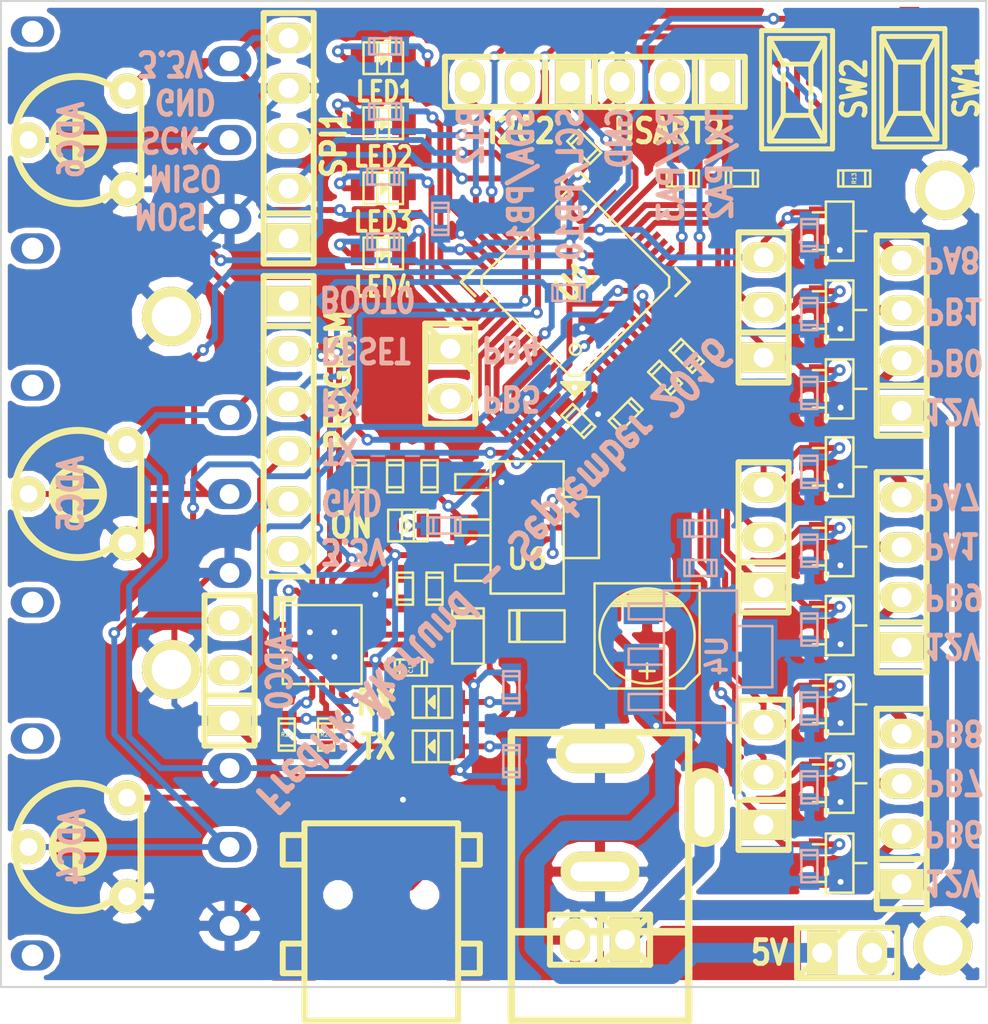
<source format=kicad_pcb>
(kicad_pcb (version 20160815) (host pcbnew 4.1.0-alpha+201608281547+7098~46~ubuntu16.04.1-product)
  (layers (0 F.Cu signal) (31 B.Cu signal) (34 B.Paste user) (35 F.Paste user) (36 B.SilkS user) (37 F.SilkS user hide) (38 B.Mask user) (39 F.Mask user) (44 Edge.Cuts user))
  (net 0 "")
  (net 1 +3.3V)
  (net 2 GND)
  (net 3 /12V)
  (net 4 /BOOT0)
  (net 5 /RESET)
  (net 6 /USART1_RX)
  (net 7 /USART1_TX)
  (net 8 /USART2_TX)
  (net 9 /USART2_RX)
  (net 10 /1A)
  (net 11 /1B)
  (net 12 /1C)
  (net 13 /2A)
  (net 14 /2B)
  (net 15 /2C)
  (net 16 /3A)
  (net 17 /3B)
  (net 18 /3C)
  (net 19 /SPI1_SCK)
  (net 20 /SPI1_MISO)
  (net 21 /SPI1_MOSI)
  (net 22 "Net-(LD1-Pad1)")
  (net 23 "Net-(LD2-Pad1)")
  (net 24 "Net-(LD3-Pad1)")
  (net 25 "Net-(LD4-Pad1)")
  (net 26 /TIM4_CH3)
  (net 27 /TIM4_CH4)
  (net 28 /TIM3_CH2)
  (net 29 /TIM1_CH1)
  (net 30 /TIM3_CH3)
  (net 31 /TIM3_CH4)
  (net 32 /TIM4_CH1)
  (net 33 /TIM4_CH2)
  (net 34 /BOOT1)
  (net 35 /SW1)
  (net 36 /SW2)
  (net 37 /LED1)
  (net 38 /LED2)
  (net 39 /LED3)
  (net 40 /LED4)
  (net 41 /ADC1_4)
  (net 42 /ADC1_5)
  (net 43 /ADC1_6)
  (net 44 /TIM2_CH2)
  (net 45 /SCL)
  (net 46 /SDA)
  (net 47 /PB12)
  (net 48 "Net-(LD5-Pad1)")
  (net 49 "Net-(LD5-Pad2)")
  (net 50 "Net-(LD6-Pad1)")
  (net 51 "Net-(LD6-Pad2)")
  (net 52 "Net-(R22-Pad1)")
  (net 53 "Net-(R22-Pad2)")
  (net 54 "Net-(R23-Pad1)")
  (net 55 "Net-(R23-Pad2)")
  (net 56 "Net-(U2-Pad10)")
  (net 57 /V_USB)
  (net 58 "Net-(C8-Pad1)")
  (net 59 "Net-(LD7-Pad2)")
  (net 60 /PB4)
  (net 61 /PB5)
  (net 62 /ADC1_0)
  (net 63 /5V)
  (module w_smd_trans:sot223 (layer B.Cu) (at 155 119.25 90)
    (fp_text reference U4 (at 0.0508 0.8382 90) (layer B.SilkS) (effects (font (size 1.00076 1.00076) (thickness 0.20066)) (justify mirror)))
    (fp_text value 78xx-DPAK hide)
    (pad 1 smd rect (at -2.30124 -2.99974 90) (size 1.30048 1.80086) (layers B.Cu B.Paste B.Mask) (net 3 /12V))
    (pad 2 smd rect (at 0 -2.99974 90) (size 1.30048 1.80086) (layers B.Cu B.Paste B.Mask) (net 2 GND))
    (pad 3 smd rect (at 2.30124 -2.99974 90) (size 1.30048 1.80086) (layers B.Cu B.Paste B.Mask) (net 63 /5V))
    (pad 2 smd rect (at 0 2.99974 90) (size 3.79984 1.80086) (layers B.Cu B.Paste B.Mask) (net 2 GND))
  )
  (module freakuency:pot_horizontal (layer F.Cu) (at 126.1 128.9 90)
    (fp_text reference ADC4 (at 0 -2.975 270) (layer B.SilkS) (effects (font (size 1.2 1) (thickness 0.25)) (justify mirror)))
    (fp_text value POT hide)
    (pad 1 thru_hole oval (at -4 5 90) (size 1.524 2.2) (drill 1) (layers *.Cu *.Mask) (net 2 GND))
    (pad 2 thru_hole oval (at 0 5 90) (size 1.524 2.2) (drill 1) (layers *.Cu *.Mask) (net 41 /ADC1_4))
    (pad 3 thru_hole oval (at 4 5 90) (size 1.524 2.2) (drill 1) (layers *.Cu *.Mask) (net 1 +3.3V))
    (pad "" np_thru_hole oval (at -5.5 -5 90) (size 1.524 2.2) (drill 1.1) (layers *.Cu *.Mask))
    (pad "" np_thru_hole oval (at 5.5 -5 90) (size 1.524 2.2) (drill 1.1) (layers *.Cu *.Mask))
  )
  (module freakuency:pot_horizontal (layer F.Cu) (at 126.1 111 90)
    (fp_text reference ADC5 (at 0 -3.05 270) (layer B.SilkS) (effects (font (size 1.2 1) (thickness 0.25)) (justify mirror)))
    (fp_text value POT hide)
    (pad 1 thru_hole oval (at -4 5 90) (size 1.524 2.2) (drill 1) (layers *.Cu *.Mask) (net 2 GND))
    (pad 2 thru_hole oval (at 0 5 90) (size 1.524 2.2) (drill 1) (layers *.Cu *.Mask) (net 42 /ADC1_5))
    (pad 3 thru_hole oval (at 4 5 90) (size 1.524 2.2) (drill 1) (layers *.Cu *.Mask) (net 1 +3.3V))
    (pad "" np_thru_hole oval (at -5.5 -5 90) (size 1.524 2.2) (drill 1.1) (layers *.Cu *.Mask))
    (pad "" np_thru_hole oval (at 5.5 -5 90) (size 1.524 2.2) (drill 1.1) (layers *.Cu *.Mask))
  )
  (module freakuency:pot_horizontal (layer F.Cu) (at 126.1 93.05 90)
    (fp_text reference ADC6 (at 0 -3.025 90) (layer B.SilkS) (effects (font (size 1.2 1) (thickness 0.25)) (justify mirror)))
    (fp_text value POT hide)
    (pad 1 thru_hole oval (at -4 5 90) (size 1.524 2.2) (drill 1) (layers *.Cu *.Mask) (net 2 GND))
    (pad 2 thru_hole oval (at 0 5 90) (size 1.524 2.2) (drill 1) (layers *.Cu *.Mask) (net 43 /ADC1_6))
    (pad 3 thru_hole oval (at 4 5 90) (size 1.524 2.2) (drill 1) (layers *.Cu *.Mask) (net 1 +3.3V))
    (pad "" np_thru_hole oval (at -5.5 -5 90) (size 1.524 2.2) (drill 1.1) (layers *.Cu *.Mask))
    (pad "" np_thru_hole oval (at 5.5 -5 90) (size 1.524 2.2) (drill 1.1) (layers *.Cu *.Mask))
  )
  (module w_switch:smd_push (layer F.Cu) (at 165.6 90.4 90)
    (fp_text reference SW1 hide)
    (fp_text value SW1 (at 0 2.9 90) (layer F.SilkS) (effects (font (size 1.2 1) (thickness 0.25))))
    (pad 1 smd rect (at -3.59918 0 90) (size 1.00076 1.00076) (layers F.Cu F.Paste F.Mask) (net 35 /SW1))
    (pad 2 smd rect (at 3.59918 0 90) (size 1.00076 1.00076) (layers F.Cu F.Paste F.Mask) (net 1 +3.3V))
  )
  (module w_smd_resistors:r_0603 (layer B.Cu) (at 139 88.3)
    (fp_text reference R15 hide)
    (fp_text value R hide)
    (pad 1 smd rect (at 0.75184 0) (size 0.89916 1.00076) (layers B.Cu B.Paste B.Mask) (net 37 /LED1))
    (pad 2 smd rect (at -0.75184 0) (size 0.89916 1.00076) (layers B.Cu B.Paste B.Mask) (net 22 "Net-(LD1-Pad1)"))
  )
  (module w_smd_cap:c_0603 (layer F.Cu) (at 137.75 110.1 270)
    (fp_text reference C7 hide)
    (fp_text value C hide)
    (pad 1 smd rect (at 0.75184 0 270) (size 0.89916 1.00076) (layers F.Cu F.Paste F.Mask) (net 1 +3.3V))
    (pad 2 smd rect (at -0.75184 0 270) (size 0.89916 1.00076) (layers F.Cu F.Paste F.Mask) (net 2 GND))
  )
  (module w_pin_strip:pin_strip_6 (layer F.Cu) (at 134.1 107.57 270)
    (fp_text reference J1 hide)
    (fp_text value PROGRAM (at -2.35 -2.53 270) (layer F.SilkS) (effects (font (size 1.2 1) (thickness 0.25))))
    (pad 1 thru_hole rect (at -6.35 0 270) (size 1.524 2.19964) (drill 1.00076) (layers *.Cu *.Mask F.SilkS) (net 4 /BOOT0))
    (pad 2 thru_hole oval (at -3.81 0 270) (size 1.524 2.19964) (drill 1.00076) (layers *.Cu *.Mask F.SilkS) (net 5 /RESET))
    (pad 3 thru_hole oval (at -1.27 0 270) (size 1.524 2.19964) (drill 1.00076) (layers *.Cu *.Mask F.SilkS) (net 6 /USART1_RX))
    (pad 4 thru_hole oval (at 1.27 0 270) (size 1.524 2.19964) (drill 1.00076) (layers *.Cu *.Mask F.SilkS) (net 7 /USART1_TX))
    (pad 5 thru_hole oval (at 3.81 0 270) (size 1.524 2.19964) (drill 1.00076) (layers *.Cu *.Mask F.SilkS) (net 2 GND))
    (pad 6 thru_hole oval (at 6.35 0 270) (size 1.524 2.19964) (drill 1.00076) (layers *.Cu *.Mask F.SilkS) (net 1 +3.3V))
  )
  (module w_smd_lqfp:lqfp48 (layer F.Cu) (at 148.65 100.25 45)
    (fp_text reference U1 (at 0 0 45) (layer F.SilkS) (effects (font (size 1.2 1) (thickness 0.25))))
    (fp_text value STM32F100_LQFP48 hide)
    (pad 4 smd rect (at -1.25 4.09956 45) (size 0.29972 1.30048) (layers F.Cu F.Paste F.Mask))
    (pad 5 smd rect (at -0.75 4.09956 45) (size 0.29972 1.30048) (layers F.Cu F.Paste F.Mask))
    (pad 6 smd rect (at -0.25 4.09956 45) (size 0.29972 1.30048) (layers F.Cu F.Paste F.Mask))
    (pad 7 smd rect (at 0.25 4.09956 45) (size 0.29972 1.30048) (layers F.Cu F.Paste F.Mask) (net 5 /RESET))
    (pad 8 smd rect (at 0.75 4.09956 45) (size 0.29972 1.30048) (layers F.Cu F.Paste F.Mask) (net 2 GND))
    (pad 1 smd rect (at -2.75 4.09956 45) (size 0.29972 1.30048) (layers F.Cu F.Paste F.Mask) (net 1 +3.3V))
    (pad 2 smd rect (at -2.25 4.09956 45) (size 0.29972 1.30048) (layers F.Cu F.Paste F.Mask))
    (pad 3 smd rect (at -1.75 4.09956 45) (size 0.29972 1.30048) (layers F.Cu F.Paste F.Mask))
    (pad 13 smd rect (at 4.09956 2.75 45) (size 1.30048 0.29972) (layers F.Cu F.Paste F.Mask) (net 9 /USART2_RX))
    (pad 14 smd rect (at 4.09956 2.25 45) (size 1.30048 0.29972) (layers F.Cu F.Paste F.Mask) (net 41 /ADC1_4))
    (pad 15 smd rect (at 4.09956 1.75 45) (size 1.30048 0.29972) (layers F.Cu F.Paste F.Mask) (net 42 /ADC1_5))
    (pad 16 smd rect (at 4.09956 1.25 45) (size 1.30048 0.29972) (layers F.Cu F.Paste F.Mask) (net 43 /ADC1_6))
    (pad 17 smd rect (at 4.09956 0.75 45) (size 1.30048 0.29972) (layers F.Cu F.Paste F.Mask) (net 28 /TIM3_CH2))
    (pad 18 smd rect (at 4.09956 0.25 45) (size 1.30048 0.29972) (layers F.Cu F.Paste F.Mask) (net 30 /TIM3_CH3))
    (pad 19 smd rect (at 4.09956 -0.25 45) (size 1.30048 0.29972) (layers F.Cu F.Paste F.Mask) (net 31 /TIM3_CH4))
    (pad 20 smd rect (at 4.09956 -0.75 45) (size 1.30048 0.29972) (layers F.Cu F.Paste F.Mask) (net 34 /BOOT1))
    (pad 25 smd rect (at 2.75 -4.09956 45) (size 0.29972 1.30048) (layers F.Cu F.Paste F.Mask) (net 47 /PB12))
    (pad 26 smd rect (at 2.25 -4.09956 45) (size 0.29972 1.30048) (layers F.Cu F.Paste F.Mask) (net 19 /SPI1_SCK))
    (pad 27 smd rect (at 1.75 -4.09956 45) (size 0.29972 1.30048) (layers F.Cu F.Paste F.Mask) (net 20 /SPI1_MISO))
    (pad 28 smd rect (at 1.25 -4.09956 45) (size 0.29972 1.30048) (layers F.Cu F.Paste F.Mask) (net 21 /SPI1_MOSI))
    (pad 29 smd rect (at 0.75 -4.09956 45) (size 0.29972 1.30048) (layers F.Cu F.Paste F.Mask) (net 29 /TIM1_CH1))
    (pad 30 smd rect (at 0.25 -4.09956 45) (size 0.29972 1.30048) (layers F.Cu F.Paste F.Mask) (net 7 /USART1_TX))
    (pad 31 smd rect (at -0.25 -4.09956 45) (size 0.29972 1.30048) (layers F.Cu F.Paste F.Mask) (net 6 /USART1_RX))
    (pad 32 smd rect (at -0.75 -4.09956 45) (size 0.29972 1.30048) (layers F.Cu F.Paste F.Mask) (net 35 /SW1))
    (pad 37 smd rect (at -4.09956 -2.75 45) (size 1.30048 0.29972) (layers F.Cu F.Paste F.Mask) (net 38 /LED2))
    (pad 38 smd rect (at -4.09956 -2.25 45) (size 1.30048 0.29972) (layers F.Cu F.Paste F.Mask) (net 39 /LED3))
    (pad 39 smd rect (at -4.09956 -1.75 45) (size 1.30048 0.29972) (layers F.Cu F.Paste F.Mask) (net 40 /LED4))
    (pad 40 smd rect (at -4.09956 -1.25 45) (size 1.30048 0.29972) (layers F.Cu F.Paste F.Mask) (net 60 /PB4))
    (pad 41 smd rect (at -4.09956 -0.75 45) (size 1.30048 0.29972) (layers F.Cu F.Paste F.Mask) (net 61 /PB5))
    (pad 42 smd rect (at -4.09956 -0.25 45) (size 1.30048 0.29972) (layers F.Cu F.Paste F.Mask) (net 32 /TIM4_CH1))
    (pad 43 smd rect (at -4.09956 0.25 45) (size 1.30048 0.29972) (layers F.Cu F.Paste F.Mask) (net 33 /TIM4_CH2))
    (pad 44 smd rect (at -4.09956 0.75 45) (size 1.30048 0.29972) (layers F.Cu F.Paste F.Mask) (net 4 /BOOT0))
    (pad 9 smd rect (at 1.25 4.09956 45) (size 0.29972 1.30048) (layers F.Cu F.Paste F.Mask) (net 1 +3.3V))
    (pad 10 smd rect (at 1.75 4.09956 45) (size 0.29972 1.30048) (layers F.Cu F.Paste F.Mask) (net 62 /ADC1_0))
    (pad 11 smd rect (at 2.25 4.09956 45) (size 0.29972 1.30048) (layers F.Cu F.Paste F.Mask) (net 44 /TIM2_CH2))
    (pad 12 smd rect (at 2.75 4.09956 45) (size 0.29972 1.30048) (layers F.Cu F.Paste F.Mask) (net 8 /USART2_TX))
    (pad 21 smd rect (at 4.09956 -1.25 45) (size 1.30048 0.29972) (layers F.Cu F.Paste F.Mask) (net 45 /SCL))
    (pad 22 smd rect (at 4.09956 -1.75 45) (size 1.30048 0.29972) (layers F.Cu F.Paste F.Mask) (net 46 /SDA))
    (pad 23 smd rect (at 4.09956 -2.25 45) (size 1.30048 0.29972) (layers F.Cu F.Paste F.Mask) (net 2 GND))
    (pad 24 smd rect (at 4.09956 -2.75 45) (size 1.30048 0.29972) (layers F.Cu F.Paste F.Mask) (net 1 +3.3V))
    (pad 33 smd rect (at -1.25 -4.09956 45) (size 0.29972 1.30048) (layers F.Cu F.Paste F.Mask) (net 36 /SW2))
    (pad 34 smd rect (at -1.75 -4.09956 45) (size 0.29972 1.30048) (layers F.Cu F.Paste F.Mask) (net 37 /LED1))
    (pad 35 smd rect (at -2.25 -4.09956 45) (size 0.29972 1.30048) (layers F.Cu F.Paste F.Mask) (net 2 GND))
    (pad 36 smd rect (at -2.75 -4.09956 45) (size 0.29972 1.30048) (layers F.Cu F.Paste F.Mask) (net 1 +3.3V))
    (pad 45 smd rect (at -4.09956 1.25 45) (size 1.30048 0.29972) (layers F.Cu F.Paste F.Mask) (net 26 /TIM4_CH3))
    (pad 46 smd rect (at -4.09956 1.75 45) (size 1.30048 0.29972) (layers F.Cu F.Paste F.Mask) (net 27 /TIM4_CH4))
    (pad 47 smd rect (at -4.09956 2.25 45) (size 1.30048 0.29972) (layers F.Cu F.Paste F.Mask) (net 2 GND))
    (pad 48 smd rect (at -4.09956 2.75 45) (size 1.30048 0.29972) (layers F.Cu F.Paste F.Mask) (net 1 +3.3V))
  )
  (module w_smd_cap:c_0603 (layer B.Cu) (at 141.8 97.05 270)
    (fp_text reference C1 hide)
    (fp_text value C hide)
    (pad 1 smd rect (at 0.75184 0 270) (size 0.89916 1.00076) (layers B.Cu B.Paste B.Mask) (net 1 +3.3V))
    (pad 2 smd rect (at -0.75184 0 270) (size 0.89916 1.00076) (layers B.Cu B.Paste B.Mask) (net 2 GND))
  )
  (module w_smd_cap:c_0603 (layer F.Cu) (at 154.3 104 135)
    (fp_text reference C2 hide)
    (fp_text value C hide)
    (pad 1 smd rect (at 0.75184 0 135) (size 0.89916 1.00076) (layers F.Cu F.Paste F.Mask) (net 1 +3.3V))
    (pad 2 smd rect (at -0.75184 0 135) (size 0.89916 1.00076) (layers F.Cu F.Paste F.Mask) (net 2 GND))
  )
  (module w_smd_cap:c_0603 (layer F.Cu) (at 149.1 93.4 315)
    (fp_text reference C3 hide)
    (fp_text value C hide)
    (pad 1 smd rect (at 0.75184 0 315) (size 0.89916 1.00076) (layers F.Cu F.Paste F.Mask) (net 1 +3.3V))
    (pad 2 smd rect (at -0.75184 0 315) (size 0.89916 1.00076) (layers F.Cu F.Paste F.Mask) (net 2 GND))
  )
  (module w_smd_cap:c_0603 (layer F.Cu) (at 148.8 107.3 135)
    (fp_text reference C4 hide)
    (fp_text value C hide)
    (pad 1 smd rect (at 0.75184 0 135) (size 0.89916 1.00076) (layers F.Cu F.Paste F.Mask) (net 1 +3.3V))
    (pad 2 smd rect (at -0.75184 0 135) (size 0.89916 1.00076) (layers F.Cu F.Paste F.Mask) (net 2 GND))
  )
  (module w_smd_cap:c_0603 (layer F.Cu) (at 151.2 107 45)
    (fp_text reference C5 hide)
    (fp_text value C hide)
    (pad 1 smd rect (at 0.75184 0 45) (size 0.89916 1.00076) (layers F.Cu F.Paste F.Mask) (net 1 +3.3V))
    (pad 2 smd rect (at -0.75184 0 45) (size 0.89916 1.00076) (layers F.Cu F.Paste F.Mask) (net 2 GND))
  )
  (module w_pin_strip:pin_strip_3 (layer F.Cu) (at 153.44 90.1 180)
    (fp_text reference J2 hide)
    (fp_text value USART2 (at 0.04 -2.5 180) (layer F.SilkS) (effects (font (size 1.2 1) (thickness 0.25))))
    (pad 1 thru_hole rect (at -2.54 0 180) (size 1.524 2.19964) (drill 1.00076) (layers *.Cu *.Mask F.SilkS) (net 8 /USART2_TX))
    (pad 2 thru_hole oval (at 0 0 180) (size 1.524 2.19964) (drill 1.00076) (layers *.Cu *.Mask F.SilkS) (net 9 /USART2_RX))
    (pad 3 thru_hole oval (at 2.54 0 180) (size 1.524 2.19964) (drill 1.00076) (layers *.Cu *.Mask F.SilkS) (net 2 GND))
  )
  (module w_pin_strip:pin_strip_4 (layer F.Cu) (at 165.21 126.97 90)
    (fp_text reference J3 hide)
    (fp_text value HEADER_4 hide)
    (pad 1 thru_hole rect (at -3.81 0 90) (size 1.524 2.19964) (drill 1.00076) (layers *.Cu *.Mask F.SilkS) (net 3 /12V))
    (pad 2 thru_hole oval (at -1.27 0 90) (size 1.524 2.19964) (drill 1.00076) (layers *.Cu *.Mask F.SilkS) (net 10 /1A))
    (pad 3 thru_hole oval (at 1.27 0 90) (size 1.524 2.19964) (drill 1.00076) (layers *.Cu *.Mask F.SilkS) (net 11 /1B))
    (pad 4 thru_hole oval (at 3.81 0 90) (size 1.524 2.19964) (drill 1.00076) (layers *.Cu *.Mask F.SilkS) (net 12 /1C))
  )
  (module w_pin_strip:pin_strip_4 (layer F.Cu) (at 165.21 114.97 90)
    (fp_text reference J4 hide)
    (fp_text value HEADER_4 hide)
    (pad 1 thru_hole rect (at -3.81 0 90) (size 1.524 2.19964) (drill 1.00076) (layers *.Cu *.Mask F.SilkS) (net 3 /12V))
    (pad 2 thru_hole oval (at -1.27 0 90) (size 1.524 2.19964) (drill 1.00076) (layers *.Cu *.Mask F.SilkS) (net 13 /2A))
    (pad 3 thru_hole oval (at 1.27 0 90) (size 1.524 2.19964) (drill 1.00076) (layers *.Cu *.Mask F.SilkS) (net 14 /2B))
    (pad 4 thru_hole oval (at 3.81 0 90) (size 1.524 2.19964) (drill 1.00076) (layers *.Cu *.Mask F.SilkS) (net 15 /2C))
  )
  (module w_pin_strip:pin_strip_4 (layer F.Cu) (at 165.21 102.97 90)
    (fp_text reference J5 hide)
    (fp_text value HEADER_4 hide)
    (pad 1 thru_hole rect (at -3.81 0 90) (size 1.524 2.19964) (drill 1.00076) (layers *.Cu *.Mask F.SilkS) (net 3 /12V))
    (pad 2 thru_hole oval (at -1.27 0 90) (size 1.524 2.19964) (drill 1.00076) (layers *.Cu *.Mask F.SilkS) (net 16 /3A))
    (pad 3 thru_hole oval (at 1.27 0 90) (size 1.524 2.19964) (drill 1.00076) (layers *.Cu *.Mask F.SilkS) (net 17 /3B))
    (pad 4 thru_hole oval (at 3.81 0 90) (size 1.524 2.19964) (drill 1.00076) (layers *.Cu *.Mask F.SilkS) (net 18 /3C))
  )
  (module w_pin_strip:pin_socket_2 (layer F.Cu) (at 149.9 133.6 180)
    (fp_text reference J6 hide)
    (fp_text value HEADER_2 hide)
    (pad 1 thru_hole rect (at -1.27 0 180) (size 1.524 2.19964) (drill 1.00076) (layers *.Cu *.Mask F.SilkS) (net 3 /12V))
    (pad 2 thru_hole oval (at 1.27 0 180) (size 1.524 2.19964) (drill 1.00076) (layers *.Cu *.Mask F.SilkS) (net 2 GND))
  )
  (module w_conn_misc:dc_socket (layer F.Cu) (at 149.9 130.4)
    (fp_text reference J7 hide)
    (fp_text value DC_POWER_JACK hide)
    (pad 1 thru_hole oval (at 5.30098 -3.50012) (size 1.99898 4.0005) (drill oval 1.00076 2.99974) (layers *.Cu *.Mask F.SilkS) (net 3 /12V))
    (pad 2 thru_hole oval (at 0 -0.24892) (size 4.0005 1.99898) (drill oval 2.99974 1.00076) (layers *.Cu *.Mask F.SilkS) (net 2 GND))
    (pad 3 thru_hole oval (at 0 -6.25094) (size 4.50088 1.99898) (drill oval 3.50012 1.00076) (layers *.Cu *.Mask F.SilkS) (net 2 GND))
  )
  (module w_pin_strip:pin_strip_5 (layer F.Cu) (at 134.1 92.96 90)
    (fp_text reference J8 hide)
    (fp_text value SPI1 (at -0.29 2.3 90) (layer F.SilkS) (effects (font (size 1.2 1) (thickness 0.25))))
    (pad 1 thru_hole rect (at -5.08 0 90) (size 1.524 2.19964) (drill 1.00076) (layers *.Cu *.Mask F.SilkS) (net 21 /SPI1_MOSI))
    (pad 2 thru_hole oval (at -2.54 0 90) (size 1.524 2.19964) (drill 1.00076) (layers *.Cu *.Mask F.SilkS) (net 20 /SPI1_MISO))
    (pad 3 thru_hole oval (at 0 0 90) (size 1.524 2.19964) (drill 1.00076) (layers *.Cu *.Mask F.SilkS) (net 19 /SPI1_SCK))
    (pad 4 thru_hole oval (at 2.54 0 90) (size 1.524 2.19964) (drill 1.00076) (layers *.Cu *.Mask F.SilkS) (net 2 GND))
    (pad 5 thru_hole oval (at 5.08 0 90) (size 1.524 2.19964) (drill 1.00076) (layers *.Cu *.Mask F.SilkS) (net 1 +3.3V))
  )
  (module w_smd_leds:Led_0805 (layer F.Cu) (at 138.9 88.9)
    (fp_text reference LD1 hide)
    (fp_text value LED1 (at 0.1 1.7) (layer F.SilkS) (effects (font (size 1 0.8) (thickness 0.2))))
    (pad 1 smd rect (at -1.04902 0) (size 1.19888 1.19888) (layers F.Cu F.Paste F.Mask) (net 22 "Net-(LD1-Pad1)"))
    (pad 2 smd rect (at 1.04902 0) (size 1.19888 1.19888) (layers F.Cu F.Paste F.Mask) (net 2 GND))
  )
  (module w_smd_leds:Led_0805 (layer F.Cu) (at 138.9 92.2)
    (fp_text reference LD2 hide)
    (fp_text value LED2 (at 0 1.7) (layer F.SilkS) (effects (font (size 1 0.8) (thickness 0.2))))
    (pad 1 smd rect (at -1.04902 0) (size 1.19888 1.19888) (layers F.Cu F.Paste F.Mask) (net 23 "Net-(LD2-Pad1)"))
    (pad 2 smd rect (at 1.04902 0) (size 1.19888 1.19888) (layers F.Cu F.Paste F.Mask) (net 2 GND))
  )
  (module w_smd_leds:Led_0805 (layer F.Cu) (at 138.9 95.5)
    (fp_text reference LD3 hide)
    (fp_text value LED3 (at 0 1.7) (layer F.SilkS) (effects (font (size 1 0.8) (thickness 0.2))))
    (pad 1 smd rect (at -1.04902 0) (size 1.19888 1.19888) (layers F.Cu F.Paste F.Mask) (net 24 "Net-(LD3-Pad1)"))
    (pad 2 smd rect (at 1.04902 0) (size 1.19888 1.19888) (layers F.Cu F.Paste F.Mask) (net 2 GND))
  )
  (module w_smd_leds:Led_0805 (layer F.Cu) (at 138.9 98.8)
    (fp_text reference LD4 hide)
    (fp_text value LED4 (at 0 1.7) (layer F.SilkS) (effects (font (size 1 0.8) (thickness 0.2))))
    (pad 1 smd rect (at -1.04902 0) (size 1.19888 1.19888) (layers F.Cu F.Paste F.Mask) (net 25 "Net-(LD4-Pad1)"))
    (pad 2 smd rect (at 1.04902 0) (size 1.19888 1.19888) (layers F.Cu F.Paste F.Mask) (net 2 GND))
  )
  (module w_smd_trans:sot23 (layer F.Cu) (at 162.06 129.7175 270)
    (fp_text reference Q1 hide)
    (fp_text value MOS_N_GDS hide)
    (pad 1 smd rect (at -0.9525 1.05664 270) (size 0.59944 1.00076) (layers F.Cu F.Paste F.Mask) (net 32 /TIM4_CH1))
    (pad 2 smd rect (at 0 -1.05664 270) (size 0.59944 1.00076) (layers F.Cu F.Paste F.Mask) (net 10 /1A))
    (pad 3 smd rect (at 0.9525 1.05664 270) (size 0.59944 1.00076) (layers F.Cu F.Paste F.Mask) (net 2 GND))
  )
  (module w_smd_trans:sot23 (layer F.Cu) (at 162.06 125.67 270)
    (fp_text reference Q2 hide)
    (fp_text value MOS_N_GDS hide)
    (pad 1 smd rect (at -0.9525 1.05664 270) (size 0.59944 1.00076) (layers F.Cu F.Paste F.Mask) (net 33 /TIM4_CH2))
    (pad 2 smd rect (at 0 -1.05664 270) (size 0.59944 1.00076) (layers F.Cu F.Paste F.Mask) (net 11 /1B))
    (pad 3 smd rect (at 0.9525 1.05664 270) (size 0.59944 1.00076) (layers F.Cu F.Paste F.Mask) (net 2 GND))
  )
  (module w_smd_trans:sot23 (layer F.Cu) (at 162.06 121.67 270)
    (fp_text reference Q3 hide)
    (fp_text value MOS_N_GDS hide)
    (pad 1 smd rect (at -0.9525 1.05664 270) (size 0.59944 1.00076) (layers F.Cu F.Paste F.Mask) (net 26 /TIM4_CH3))
    (pad 2 smd rect (at 0 -1.05664 270) (size 0.59944 1.00076) (layers F.Cu F.Paste F.Mask) (net 12 /1C))
    (pad 3 smd rect (at 0.9525 1.05664 270) (size 0.59944 1.00076) (layers F.Cu F.Paste F.Mask) (net 2 GND))
  )
  (module w_smd_trans:sot23 (layer F.Cu) (at 162.06 117.67 270)
    (fp_text reference Q4 hide)
    (fp_text value MOS_N_GDS hide)
    (pad 1 smd rect (at -0.9525 1.05664 270) (size 0.59944 1.00076) (layers F.Cu F.Paste F.Mask) (net 27 /TIM4_CH4))
    (pad 2 smd rect (at 0 -1.05664 270) (size 0.59944 1.00076) (layers F.Cu F.Paste F.Mask) (net 13 /2A))
    (pad 3 smd rect (at 0.9525 1.05664 270) (size 0.59944 1.00076) (layers F.Cu F.Paste F.Mask) (net 2 GND))
  )
  (module w_smd_trans:sot23 (layer F.Cu) (at 162.06 113.67 270)
    (fp_text reference Q5 hide)
    (fp_text value MOS_N_GDS hide)
    (pad 1 smd rect (at -0.9525 1.05664 270) (size 0.59944 1.00076) (layers F.Cu F.Paste F.Mask) (net 44 /TIM2_CH2))
    (pad 2 smd rect (at 0 -1.05664 270) (size 0.59944 1.00076) (layers F.Cu F.Paste F.Mask) (net 14 /2B))
    (pad 3 smd rect (at 0.9525 1.05664 270) (size 0.59944 1.00076) (layers F.Cu F.Paste F.Mask) (net 2 GND))
  )
  (module w_smd_trans:sot23 (layer F.Cu) (at 162.06 109.6225 270)
    (fp_text reference Q6 hide)
    (fp_text value MOS_N_GDS hide)
    (pad 1 smd rect (at -0.9525 1.05664 270) (size 0.59944 1.00076) (layers F.Cu F.Paste F.Mask) (net 28 /TIM3_CH2))
    (pad 2 smd rect (at 0 -1.05664 270) (size 0.59944 1.00076) (layers F.Cu F.Paste F.Mask) (net 15 /2C))
    (pad 3 smd rect (at 0.9525 1.05664 270) (size 0.59944 1.00076) (layers F.Cu F.Paste F.Mask) (net 2 GND))
  )
  (module w_smd_trans:sot23 (layer F.Cu) (at 162.06 105.67 270)
    (fp_text reference Q7 hide)
    (fp_text value MOS_N_GDS hide)
    (pad 1 smd rect (at -0.9525 1.05664 270) (size 0.59944 1.00076) (layers F.Cu F.Paste F.Mask) (net 30 /TIM3_CH3))
    (pad 2 smd rect (at 0 -1.05664 270) (size 0.59944 1.00076) (layers F.Cu F.Paste F.Mask) (net 16 /3A))
    (pad 3 smd rect (at 0.9525 1.05664 270) (size 0.59944 1.00076) (layers F.Cu F.Paste F.Mask) (net 2 GND))
  )
  (module w_smd_trans:sot23 (layer F.Cu) (at 162.06 101.67 270)
    (fp_text reference Q8 hide)
    (fp_text value MOS_N_GDS hide)
    (pad 1 smd rect (at -0.9525 1.05664 270) (size 0.59944 1.00076) (layers F.Cu F.Paste F.Mask) (net 31 /TIM3_CH4))
    (pad 2 smd rect (at 0 -1.05664 270) (size 0.59944 1.00076) (layers F.Cu F.Paste F.Mask) (net 17 /3B))
    (pad 3 smd rect (at 0.9525 1.05664 270) (size 0.59944 1.00076) (layers F.Cu F.Paste F.Mask) (net 2 GND))
  )
  (module w_smd_trans:sot23 (layer F.Cu) (at 162.06 97.67 270)
    (fp_text reference Q9 hide)
    (fp_text value MOS_N_GDS hide)
    (pad 1 smd rect (at -0.9525 1.05664 270) (size 0.59944 1.00076) (layers F.Cu F.Paste F.Mask) (net 29 /TIM1_CH1))
    (pad 2 smd rect (at 0 -1.05664 270) (size 0.59944 1.00076) (layers F.Cu F.Paste F.Mask) (net 18 /3C))
    (pad 3 smd rect (at 0.9525 1.05664 270) (size 0.59944 1.00076) (layers F.Cu F.Paste F.Mask) (net 2 GND))
  )
  (module w_smd_resistors:r_0603 (layer F.Cu) (at 153.2 105.1 315)
    (fp_text reference R1 hide)
    (fp_text value R hide)
    (pad 1 smd rect (at 0.75184 0 315) (size 0.89916 1.00076) (layers F.Cu F.Paste F.Mask) (net 1 +3.3V))
    (pad 2 smd rect (at -0.75184 0 315) (size 0.89916 1.00076) (layers F.Cu F.Paste F.Mask) (net 5 /RESET))
  )
  (module w_smd_resistors:r_0603 (layer B.Cu) (at 148.3 100.8)
    (fp_text reference R2 hide)
    (fp_text value R hide)
    (pad 1 smd rect (at 0.75184 0) (size 0.89916 1.00076) (layers B.Cu B.Paste B.Mask) (net 2 GND))
    (pad 2 smd rect (at -0.75184 0) (size 0.89916 1.00076) (layers B.Cu B.Paste B.Mask) (net 4 /BOOT0))
  )
  (module w_smd_resistors:r_0603 (layer F.Cu) (at 154.1 95)
    (fp_text reference R3 hide)
    (fp_text value R hide)
    (pad 1 smd rect (at 0.75184 0) (size 0.89916 1.00076) (layers F.Cu F.Paste F.Mask) (net 2 GND))
    (pad 2 smd rect (at -0.75184 0) (size 0.89916 1.00076) (layers F.Cu F.Paste F.Mask) (net 34 /BOOT1))
  )
  (module w_smd_resistors:r_0603 (layer B.Cu) (at 160.525 129.875 90)
    (fp_text reference R4 hide)
    (fp_text value R hide)
    (pad 1 smd rect (at 0.75184 0 90) (size 0.89916 1.00076) (layers B.Cu B.Paste B.Mask) (net 32 /TIM4_CH1))
    (pad 2 smd rect (at -0.75184 0 90) (size 0.89916 1.00076) (layers B.Cu B.Paste B.Mask) (net 2 GND))
  )
  (module w_smd_resistors:r_0603 (layer B.Cu) (at 160.525 125.875 90)
    (fp_text reference R5 hide)
    (fp_text value R hide)
    (pad 1 smd rect (at 0.75184 0 90) (size 0.89916 1.00076) (layers B.Cu B.Paste B.Mask) (net 33 /TIM4_CH2))
    (pad 2 smd rect (at -0.75184 0 90) (size 0.89916 1.00076) (layers B.Cu B.Paste B.Mask) (net 2 GND))
  )
  (module w_smd_resistors:r_0603 (layer B.Cu) (at 160.525 121.875 90)
    (fp_text reference R6 hide)
    (fp_text value R hide)
    (pad 1 smd rect (at 0.75184 0 90) (size 0.89916 1.00076) (layers B.Cu B.Paste B.Mask) (net 26 /TIM4_CH3))
    (pad 2 smd rect (at -0.75184 0 90) (size 0.89916 1.00076) (layers B.Cu B.Paste B.Mask) (net 2 GND))
  )
  (module w_smd_resistors:r_0603 (layer B.Cu) (at 160.525 117.875 90)
    (fp_text reference R7 hide)
    (fp_text value R hide)
    (pad 1 smd rect (at 0.75184 0 90) (size 0.89916 1.00076) (layers B.Cu B.Paste B.Mask) (net 27 /TIM4_CH4))
    (pad 2 smd rect (at -0.75184 0 90) (size 0.89916 1.00076) (layers B.Cu B.Paste B.Mask) (net 2 GND))
  )
  (module w_smd_resistors:r_0603 (layer B.Cu) (at 160.525 113.875 90)
    (fp_text reference R8 hide)
    (fp_text value R hide)
    (pad 1 smd rect (at 0.75184 0 90) (size 0.89916 1.00076) (layers B.Cu B.Paste B.Mask) (net 44 /TIM2_CH2))
    (pad 2 smd rect (at -0.75184 0 90) (size 0.89916 1.00076) (layers B.Cu B.Paste B.Mask) (net 2 GND))
  )
  (module w_smd_resistors:r_0603 (layer B.Cu) (at 160.525 109.875 90)
    (fp_text reference R9 hide)
    (fp_text value R hide)
    (pad 1 smd rect (at 0.75184 0 90) (size 0.89916 1.00076) (layers B.Cu B.Paste B.Mask) (net 28 /TIM3_CH2))
    (pad 2 smd rect (at -0.75184 0 90) (size 0.89916 1.00076) (layers B.Cu B.Paste B.Mask) (net 2 GND))
  )
  (module w_smd_resistors:r_0603 (layer B.Cu) (at 160.525 105.875 90)
    (fp_text reference R10 hide)
    (fp_text value R hide)
    (pad 1 smd rect (at 0.75184 0 90) (size 0.89916 1.00076) (layers B.Cu B.Paste B.Mask) (net 30 /TIM3_CH3))
    (pad 2 smd rect (at -0.75184 0 90) (size 0.89916 1.00076) (layers B.Cu B.Paste B.Mask) (net 2 GND))
  )
  (module w_smd_resistors:r_0603 (layer B.Cu) (at 160.525 101.875 90)
    (fp_text reference R11 hide)
    (fp_text value R hide)
    (pad 1 smd rect (at 0.75184 0 90) (size 0.89916 1.00076) (layers B.Cu B.Paste B.Mask) (net 31 /TIM3_CH4))
    (pad 2 smd rect (at -0.75184 0 90) (size 0.89916 1.00076) (layers B.Cu B.Paste B.Mask) (net 2 GND))
  )
  (module w_smd_resistors:r_0603 (layer B.Cu) (at 160.525 97.875 90)
    (fp_text reference R12 hide)
    (fp_text value R hide)
    (pad 1 smd rect (at 0.75184 0 90) (size 0.89916 1.00076) (layers B.Cu B.Paste B.Mask) (net 29 /TIM1_CH1))
    (pad 2 smd rect (at -0.75184 0 90) (size 0.89916 1.00076) (layers B.Cu B.Paste B.Mask) (net 2 GND))
  )
  (module w_smd_resistors:r_0603 (layer F.Cu) (at 157.1 95)
    (fp_text reference R14 hide)
    (fp_text value R hide)
    (pad 1 smd rect (at 0.75184 0) (size 0.89916 1.00076) (layers F.Cu F.Paste F.Mask) (net 36 /SW2))
    (pad 2 smd rect (at -0.75184 0) (size 0.89916 1.00076) (layers F.Cu F.Paste F.Mask) (net 2 GND))
  )
  (module w_smd_resistors:r_0603 (layer B.Cu) (at 139 91.6)
    (fp_text reference R16 hide)
    (fp_text value R hide)
    (pad 1 smd rect (at 0.75184 0) (size 0.89916 1.00076) (layers B.Cu B.Paste B.Mask) (net 38 /LED2))
    (pad 2 smd rect (at -0.75184 0) (size 0.89916 1.00076) (layers B.Cu B.Paste B.Mask) (net 23 "Net-(LD2-Pad1)"))
  )
  (module w_smd_resistors:r_0603 (layer B.Cu) (at 138.9 94.9)
    (fp_text reference R17 hide)
    (fp_text value R hide)
    (pad 1 smd rect (at 0.75184 0) (size 0.89916 1.00076) (layers B.Cu B.Paste B.Mask) (net 39 /LED3))
    (pad 2 smd rect (at -0.75184 0) (size 0.89916 1.00076) (layers B.Cu B.Paste B.Mask) (net 24 "Net-(LD3-Pad1)"))
  )
  (module w_smd_resistors:r_0603 (layer B.Cu) (at 138.9 98.2)
    (fp_text reference R18 hide)
    (fp_text value R hide)
    (pad 1 smd rect (at 0.75184 0) (size 0.89916 1.00076) (layers B.Cu B.Paste B.Mask) (net 40 /LED4))
    (pad 2 smd rect (at -0.75184 0) (size 0.89916 1.00076) (layers B.Cu B.Paste B.Mask) (net 25 "Net-(LD4-Pad1)"))
  )
  (module w_switch:smd_push (layer F.Cu) (at 159.9 90.50082 270)
    (fp_text reference SW2 hide)
    (fp_text value SW2 (at -0.05082 -2.9 270) (layer F.SilkS) (effects (font (size 1.2 1) (thickness 0.25))))
    (pad 1 smd rect (at -3.59918 0 270) (size 1.00076 1.00076) (layers F.Cu F.Paste F.Mask) (net 1 +3.3V))
    (pad 2 smd rect (at 3.59918 0 270) (size 1.00076 1.00076) (layers F.Cu F.Paste F.Mask) (net 36 /SW2))
  )
  (module w_smd_trans:sot223 (layer F.Cu) (at 146.2 112.69876 270)
    (fp_text reference U6 (at 1.6 0) (layer F.SilkS) (effects (font (size 1.00076 1.00076) (thickness 0.20066))))
    (fp_text value sot223 hide)
    (pad 1 smd rect (at -2.30124 2.99974 270) (size 1.30048 1.80086) (layers F.Cu F.Paste F.Mask) (net 2 GND))
    (pad 2 smd rect (at 0 2.99974 270) (size 1.30048 1.80086) (layers F.Cu F.Paste F.Mask) (net 1 +3.3V))
    (pad 3 smd rect (at 2.30124 2.99974 270) (size 1.30048 1.80086) (layers F.Cu F.Paste F.Mask) (net 58 "Net-(C8-Pad1)"))
    (pad 4 smd rect (at 0 -2.99974 270) (size 3.79984 1.80086) (layers F.Cu F.Paste F.Mask) (net 1 +3.3V))
  )
  (module freaquency:drill_2.0mm (layer F.Cu) (at 167.3 133.9)
    (fp_text reference J9 hide)
    (fp_text value HEADER_1 hide)
    (pad 1 thru_hole circle (at 0 0) (size 3 3) (drill 2) (layers *.Cu *.Mask F.SilkS) (net 2 GND))
  )
  (module freaquency:drill_2.0mm (layer F.Cu) (at 128.15 119.9)
    (fp_text reference J10 hide)
    (fp_text value HEADER_1 hide)
    (pad 1 thru_hole circle (at 0 0) (size 3 3) (drill 2) (layers *.Cu *.Mask F.SilkS) (net 2 GND))
  )
  (module freaquency:drill_2.0mm (layer F.Cu) (at 128.15 102)
    (fp_text reference J11 hide)
    (fp_text value HEADER_1 hide)
    (pad 1 thru_hole circle (at 0 0) (size 3 3) (drill 2) (layers *.Cu *.Mask F.SilkS) (net 2 GND))
  )
  (module freaquency:drill_2.0mm (layer F.Cu) (at 167.4 95.6)
    (fp_text reference J12 hide)
    (fp_text value HEADER_1 hide)
    (pad 1 thru_hole circle (at 0 0) (size 3 3) (drill 2) (layers *.Cu *.Mask F.SilkS) (net 2 GND))
  )
  (module w_smd_cap:c_elec_5x5.3 (layer F.Cu) (at 152.29 118.2 270)
    (fp_text reference C6 hide)
    (fp_text value C hide)
    (pad 1 smd rect (at 2.19964 0 270) (size 2.99974 1.6002) (layers F.Cu F.Paste F.Mask) (net 3 /12V))
    (pad 2 smd rect (at -2.19964 0 270) (size 2.99974 1.6002) (layers F.Cu F.Paste F.Mask) (net 2 GND))
  )
  (module w_smd_resistors:r_0603 (layer F.Cu) (at 162.8 95)
    (fp_text reference R13 (at 0 0 90) (layer F.SilkS) (effects (font (size 0.20066 0.20066) (thickness 0.04064))))
    (fp_text value R hide)
    (pad 1 smd rect (at 0.75184 0) (size 0.89916 1.00076) (layers F.Cu F.Paste F.Mask) (net 35 /SW1))
    (pad 2 smd rect (at -0.75184 0) (size 0.89916 1.00076) (layers F.Cu F.Paste F.Mask) (net 2 GND))
  )
  (module w_smd_diode:sod123 (layer F.Cu) (at 143.2 118.2 90)
    (fp_text reference D1 hide)
    (fp_text value SCHOTTKY hide)
    (pad 2 smd rect (at 1.67386 0 90) (size 0.8509 0.8509) (layers F.Cu F.Paste F.Mask) (net 58 "Net-(C8-Pad1)"))
    (pad 1 smd rect (at -1.67386 0 90) (size 0.8509 0.8509) (layers F.Cu F.Paste F.Mask) (net 57 /V_USB))
  )
  (module w_smd_leds:Led_0805 (layer F.Cu) (at 141.4 121.55 180)
    (fp_text reference LD5 hide)
    (fp_text value RX (at 2.88 -0.04 180) (layer F.SilkS) (effects (font (size 1.2 1) (thickness 0.25))))
    (pad 1 smd rect (at -1.04902 0 180) (size 1.19888 1.19888) (layers F.Cu F.Paste F.Mask) (net 48 "Net-(LD5-Pad1)"))
    (pad 2 smd rect (at 1.04902 0 180) (size 1.19888 1.19888) (layers F.Cu F.Paste F.Mask) (net 49 "Net-(LD5-Pad2)"))
  )
  (module w_smd_leds:Led_0805 (layer F.Cu) (at 141.4 123.8 180)
    (fp_text reference LD6 hide)
    (fp_text value TX (at 2.77 -0.02 180) (layer F.SilkS) (effects (font (size 1.2 1) (thickness 0.25))))
    (pad 1 smd rect (at -1.04902 0 180) (size 1.19888 1.19888) (layers F.Cu F.Paste F.Mask) (net 50 "Net-(LD6-Pad1)"))
    (pad 2 smd rect (at 1.04902 0 180) (size 1.19888 1.19888) (layers F.Cu F.Paste F.Mask) (net 51 "Net-(LD6-Pad2)"))
  )
  (module w_smd_resistors:r_0603 (layer B.Cu) (at 145.4 120.8 90)
    (fp_text reference R19 hide)
    (fp_text value R hide)
    (pad 1 smd rect (at 0.75184 0 90) (size 0.89916 1.00076) (layers B.Cu B.Paste B.Mask) (net 57 /V_USB))
    (pad 2 smd rect (at -0.75184 0 90) (size 0.89916 1.00076) (layers B.Cu B.Paste B.Mask) (net 48 "Net-(LD5-Pad1)"))
  )
  (module w_smd_resistors:r_0603 (layer B.Cu) (at 145.4 124.55 90)
    (fp_text reference R20 hide)
    (fp_text value R hide)
    (pad 1 smd rect (at 0.75184 0 90) (size 0.89916 1.00076) (layers B.Cu B.Paste B.Mask) (net 50 "Net-(LD6-Pad1)"))
    (pad 2 smd rect (at -0.75184 0 90) (size 0.89916 1.00076) (layers B.Cu B.Paste B.Mask) (net 57 /V_USB))
  )
  (module w_smd_resistors:r_0603 (layer F.Cu) (at 134 123.2 270)
    (fp_text reference R22 (at 0 0 180) (layer F.SilkS) (effects (font (size 0.20066 0.20066) (thickness 0.04064))))
    (fp_text value R hide)
    (pad 1 smd rect (at 0.75184 0 270) (size 0.89916 1.00076) (layers F.Cu F.Paste F.Mask) (net 52 "Net-(R22-Pad1)"))
    (pad 2 smd rect (at -0.75184 0 270) (size 0.89916 1.00076) (layers F.Cu F.Paste F.Mask) (net 53 "Net-(R22-Pad2)"))
  )
  (module w_smd_resistors:r_0603 (layer F.Cu) (at 136 123.2 90)
    (fp_text reference R23 (at 0 0 180) (layer F.SilkS) (effects (font (size 0.20066 0.20066) (thickness 0.04064))))
    (fp_text value R hide)
    (pad 1 smd rect (at 0.75184 0 90) (size 0.89916 1.00076) (layers F.Cu F.Paste F.Mask) (net 54 "Net-(R23-Pad1)"))
    (pad 2 smd rect (at -0.75184 0 90) (size 0.89916 1.00076) (layers F.Cu F.Paste F.Mask) (net 55 "Net-(R23-Pad2)"))
  )
  (module w_smd_qfn:qfn-20 (layer F.Cu) (at 135.80076 118.63404 270)
    (fp_text reference U2 hide)
    (fp_text value FT231X hide)
    (pad 1 smd rect (at -1.00076 1.96596 270) (size 0.29972 0.72898) (layers F.Cu F.Paste F.Mask) (net 7 /USART1_TX))
    (pad 2 smd rect (at -0.50038 1.96596 270) (size 0.29972 0.72898) (layers F.Cu F.Paste F.Mask))
    (pad 3 smd rect (at 0 1.96596 270) (size 0.29972 0.72898) (layers F.Cu F.Paste F.Mask) (net 2 GND))
    (pad 4 smd rect (at 0.50038 1.96596 270) (size 0.29972 0.72898) (layers F.Cu F.Paste F.Mask))
    (pad 6 smd rect (at 1.96596 1.00076 270) (size 0.72898 0.29972) (layers F.Cu F.Paste F.Mask))
    (pad 7 smd rect (at 1.96596 0.50038 270) (size 0.72898 0.29972) (layers F.Cu F.Paste F.Mask) (net 51 "Net-(LD6-Pad2)"))
    (pad 8 smd rect (at 1.96596 0 270) (size 0.72898 0.29972) (layers F.Cu F.Paste F.Mask) (net 54 "Net-(R23-Pad1)"))
    (pad 9 smd rect (at 1.96596 -0.50038 270) (size 0.72898 0.29972) (layers F.Cu F.Paste F.Mask) (net 53 "Net-(R22-Pad2)"))
    (pad 10 smd rect (at 1.96596 -1.00076 270) (size 0.72898 0.29972) (layers F.Cu F.Paste F.Mask) (net 56 "Net-(U2-Pad10)"))
    (pad 21 smd rect (at 0.62484 0.62484 270) (size 1.24968 1.24968) (layers F.Cu F.Paste F.Mask) (net 2 GND))
    (pad 21 smd rect (at -0.62484 0.62484 270) (size 1.24968 1.24968) (layers F.Cu F.Paste F.Mask) (net 2 GND))
    (pad 21 smd rect (at -0.62484 -0.62484 270) (size 1.24968 1.24968) (layers F.Cu F.Paste F.Mask) (net 2 GND))
    (pad 21 smd rect (at 0.62484 -0.62484 270) (size 1.24968 1.24968) (layers F.Cu F.Paste F.Mask) (net 2 GND))
    (pad 11 smd rect (at 1.00076 -1.96596 270) (size 0.29972 0.72898) (layers F.Cu F.Paste F.Mask) (net 1 +3.3V))
    (pad 12 smd rect (at 0.50038 -1.96596 270) (size 0.29972 0.72898) (layers F.Cu F.Paste F.Mask) (net 1 +3.3V))
    (pad 13 smd rect (at 0 -1.96596 270) (size 0.29972 0.72898) (layers F.Cu F.Paste F.Mask) (net 2 GND))
    (pad 14 smd rect (at -0.50038 -1.96596 270) (size 0.29972 0.72898) (layers F.Cu F.Paste F.Mask) (net 49 "Net-(LD5-Pad2)"))
    (pad 15 smd rect (at -1.00076 -1.96596 270) (size 0.29972 0.72898) (layers F.Cu F.Paste F.Mask))
    (pad 16 smd rect (at -1.96596 -1.00076 270) (size 0.72898 0.29972) (layers F.Cu F.Paste F.Mask))
    (pad 17 smd rect (at -1.96596 -0.50038 270) (size 0.72898 0.29972) (layers F.Cu F.Paste F.Mask) (net 6 /USART1_RX))
    (pad 18 smd rect (at -1.96596 0 270) (size 0.72898 0.29972) (layers F.Cu F.Paste F.Mask) (net 4 /BOOT0))
    (pad 19 smd rect (at -1.96596 0.50038 270) (size 0.72898 0.29972) (layers F.Cu F.Paste F.Mask) (net 5 /RESET))
    (pad 20 smd rect (at -1.96596 1.00076 270) (size 0.72898 0.29972) (layers F.Cu F.Paste F.Mask) (net 56 "Net-(U2-Pad10)"))
    (pad 5 smd rect (at 1.00076 1.96596 270) (size 0.29972 0.72898) (layers F.Cu F.Paste F.Mask))
  )
  (module w_conn_pc:conn_usb_B_mini_smd (layer F.Cu) (at 138.8 132.7)
    (fp_text reference X1 hide)
    (fp_text value MINI-USB_SHIELD5P2-32005-601 hide)
    (pad "" smd rect (at 4.42976 -3.6195) (size 2.1971 2.1971) (layers F.Cu F.Paste F.Mask))
    (pad 1 smd rect (at -1.59766 -3.8989) (size 0.49784 2.1971) (layers F.Cu F.Paste F.Mask) (net 57 /V_USB))
    (pad 2 smd rect (at -0.79756 -3.8989) (size 0.49784 2.1971) (layers F.Cu F.Paste F.Mask) (net 52 "Net-(R22-Pad1)"))
    (pad 3 smd rect (at 0 -3.8989) (size 0.49784 2.1971) (layers F.Cu F.Paste F.Mask) (net 55 "Net-(R23-Pad2)"))
    (pad 4 smd rect (at 0.79756 -3.8989) (size 0.49784 2.1971) (layers F.Cu F.Paste F.Mask))
    (pad 5 smd rect (at 1.59766 -3.8989) (size 0.49784 2.1971) (layers F.Cu F.Paste F.Mask) (net 2 GND))
    (pad "" np_thru_hole circle (at -2.1971 -1.3716) (size 0.89916 0.89916) (drill 0.89916) (layers *.Cu *.Mask F.SilkS))
    (pad "" np_thru_hole circle (at 2.19964 -1.3716) (size 0.89916 0.89916) (drill 0.89916) (layers *.Cu *.Mask F.SilkS))
    (pad "" smd rect (at -4.42976 -3.6195) (size 2.1971 2.1971) (layers F.Cu F.Paste F.Mask))
    (pad "" smd rect (at -4.42976 1.8796) (size 2.1971 2.1971) (layers F.Cu F.Paste F.Mask))
    (pad "" smd rect (at 4.42976 1.8796) (size 2.1971 2.1971) (layers F.Cu F.Paste F.Mask))
  )
  (module w_smd_diode:sod123 (layer F.Cu) (at 146.7 117.7 180)
    (fp_text reference D2 hide)
    (fp_text value SCHOTTKY hide)
    (pad 2 smd rect (at 1.67386 0 180) (size 0.8509 0.8509) (layers F.Cu F.Paste F.Mask) (net 58 "Net-(C8-Pad1)"))
    (pad 1 smd rect (at -1.67386 0 180) (size 0.8509 0.8509) (layers F.Cu F.Paste F.Mask) (net 3 /12V))
  )
  (module w_smd_cap:c_0603 (layer F.Cu) (at 140 115.8 90)
    (fp_text reference C8 hide)
    (fp_text value C hide)
    (pad 1 smd rect (at 0.75184 0 90) (size 0.89916 1.00076) (layers F.Cu F.Paste F.Mask) (net 58 "Net-(C8-Pad1)"))
    (pad 2 smd rect (at -0.75184 0 90) (size 0.89916 1.00076) (layers F.Cu F.Paste F.Mask) (net 2 GND))
  )
  (module w_smd_cap:c_0603 (layer F.Cu) (at 141.5 115.8 90)
    (fp_text reference C9 hide)
    (fp_text value C hide)
    (pad 1 smd rect (at 0.75184 0 90) (size 0.89916 1.00076) (layers F.Cu F.Paste F.Mask) (net 58 "Net-(C8-Pad1)"))
    (pad 2 smd rect (at -0.75184 0 90) (size 0.89916 1.00076) (layers F.Cu F.Paste F.Mask) (net 2 GND))
  )
  (module w_smd_cap:c_0603 (layer F.Cu) (at 139.5 110.1 270)
    (fp_text reference C10 hide)
    (fp_text value C hide)
    (pad 1 smd rect (at 0.75184 0 270) (size 0.89916 1.00076) (layers F.Cu F.Paste F.Mask) (net 1 +3.3V))
    (pad 2 smd rect (at -0.75184 0 270) (size 0.89916 1.00076) (layers F.Cu F.Paste F.Mask) (net 2 GND))
  )
  (module w_smd_cap:c_0603 (layer F.Cu) (at 141.25 110.1 270)
    (fp_text reference C11 hide)
    (fp_text value C hide)
    (pad 1 smd rect (at 0.75184 0 270) (size 0.89916 1.00076) (layers F.Cu F.Paste F.Mask) (net 1 +3.3V))
    (pad 2 smd rect (at -0.75184 0 270) (size 0.89916 1.00076) (layers F.Cu F.Paste F.Mask) (net 2 GND))
  )
  (module w_smd_leds:Led_0805 (layer F.Cu) (at 140.15 112.6)
    (fp_text reference LD7 hide)
    (fp_text value ON (at -2.87 0) (layer F.SilkS) (effects (font (size 1.2 1) (thickness 0.25))))
    (pad 1 smd rect (at -1.04902 0) (size 1.19888 1.19888) (layers F.Cu F.Paste F.Mask) (net 1 +3.3V))
    (pad 2 smd rect (at 1.04902 0) (size 1.19888 1.19888) (layers F.Cu F.Paste F.Mask) (net 59 "Net-(LD7-Pad2)"))
  )
  (module w_smd_resistors:r_0603 (layer B.Cu) (at 142 112.6)
    (fp_text reference R21 hide)
    (fp_text value R hide)
    (pad 1 smd rect (at 0.75184 0) (size 0.89916 1.00076) (layers B.Cu B.Paste B.Mask) (net 2 GND))
    (pad 2 smd rect (at -0.75184 0) (size 0.89916 1.00076) (layers B.Cu B.Paste B.Mask) (net 59 "Net-(LD7-Pad2)"))
  )
  (module w_pin_strip:pin_strip_3 (layer F.Cu) (at 158.2 125.24 90)
    (fp_text reference J13 hide)
    (fp_text value HEADER_3 hide)
    (pad 1 thru_hole rect (at -2.54 0 90) (size 1.524 2.19964) (drill 1.00076) (layers *.Cu *.Mask F.SilkS) (net 32 /TIM4_CH1))
    (pad 2 thru_hole oval (at 0 0 90) (size 1.524 2.19964) (drill 1.00076) (layers *.Cu *.Mask F.SilkS) (net 33 /TIM4_CH2))
    (pad 3 thru_hole oval (at 2.54 0 90) (size 1.524 2.19964) (drill 1.00076) (layers *.Cu *.Mask F.SilkS) (net 26 /TIM4_CH3))
  )
  (module w_pin_strip:pin_strip_3 (layer F.Cu) (at 158.2 113.2 90)
    (fp_text reference J14 hide)
    (fp_text value HEADER_3 hide)
    (pad 1 thru_hole rect (at -2.54 0 90) (size 1.524 2.19964) (drill 1.00076) (layers *.Cu *.Mask F.SilkS) (net 27 /TIM4_CH4))
    (pad 2 thru_hole oval (at 0 0 90) (size 1.524 2.19964) (drill 1.00076) (layers *.Cu *.Mask F.SilkS) (net 44 /TIM2_CH2))
    (pad 3 thru_hole oval (at 2.54 0 90) (size 1.524 2.19964) (drill 1.00076) (layers *.Cu *.Mask F.SilkS) (net 28 /TIM3_CH2))
  )
  (module w_pin_strip:pin_strip_3 (layer F.Cu) (at 158.2 101.54 90)
    (fp_text reference J15 hide)
    (fp_text value HEADER_3 hide)
    (pad 1 thru_hole rect (at -2.54 0 90) (size 1.524 2.19964) (drill 1.00076) (layers *.Cu *.Mask F.SilkS) (net 30 /TIM3_CH3))
    (pad 2 thru_hole oval (at 0 0 90) (size 1.524 2.19964) (drill 1.00076) (layers *.Cu *.Mask F.SilkS) (net 31 /TIM3_CH4))
    (pad 3 thru_hole oval (at 2.54 0 90) (size 1.524 2.19964) (drill 1.00076) (layers *.Cu *.Mask F.SilkS) (net 29 /TIM1_CH1))
  )
  (module w_pin_strip:pin_strip_3 (layer F.Cu) (at 145.84 90.1 180)
    (fp_text reference J16 hide)
    (fp_text value I2C2 (at -0.06 -2.5 180) (layer F.SilkS) (effects (font (size 1.2 1) (thickness 0.25))))
    (pad 1 thru_hole rect (at -2.54 0 180) (size 1.524 2.19964) (drill 1.00076) (layers *.Cu *.Mask F.SilkS) (net 45 /SCL))
    (pad 2 thru_hole oval (at 0 0 180) (size 1.524 2.19964) (drill 1.00076) (layers *.Cu *.Mask F.SilkS) (net 46 /SDA))
    (pad 3 thru_hole oval (at 2.54 0 180) (size 1.524 2.19964) (drill 1.00076) (layers *.Cu *.Mask F.SilkS) (net 47 /PB12))
  )
  (module w_pin_strip:pin_strip_2 (layer F.Cu) (at 142.3 104.9 270)
    (fp_text reference J17 hide)
    (fp_text value HEADER_2 hide)
    (pad 1 thru_hole rect (at -1.27 0 270) (size 1.524 2.19964) (drill 1.00076) (layers *.Cu *.Mask F.SilkS) (net 60 /PB4))
    (pad 2 thru_hole oval (at 1.27 0 270) (size 1.524 2.19964) (drill 1.00076) (layers *.Cu *.Mask F.SilkS) (net 61 /PB5))
  )
  (module w_smd_cap:c_0603 (layer F.Cu) (at 140.3 119.8)
    (fp_text reference C12 (at 0 0 90) (layer F.SilkS) (effects (font (size 0.20066 0.20066) (thickness 0.04064))))
    (fp_text value C hide)
    (pad 1 smd rect (at 0.75184 0) (size 0.89916 1.00076) (layers F.Cu F.Paste F.Mask) (net 2 GND))
    (pad 2 smd rect (at -0.75184 0) (size 0.89916 1.00076) (layers F.Cu F.Paste F.Mask) (net 1 +3.3V))
  )
  (module w_pin_strip:pin_strip_3 (layer F.Cu) (at 131.1 119.95 90)
    (fp_text reference J18 hide)
    (fp_text value HEADER_3 hide)
    (pad 1 thru_hole rect (at -2.54 0 90) (size 1.524 2.19964) (drill 1.00076) (layers *.Cu *.Mask F.SilkS) (net 2 GND))
    (pad 2 thru_hole oval (at 0 0 90) (size 1.524 2.19964) (drill 1.00076) (layers *.Cu *.Mask F.SilkS) (net 62 /ADC1_0))
    (pad 3 thru_hole oval (at 2.54 0 90) (size 1.524 2.19964) (drill 1.00076) (layers *.Cu *.Mask F.SilkS) (net 1 +3.3V))
  )
  (module w_pth_resistors:trimmer_piher_pt6xv (layer F.Cu) (at 123.4 128.9 270)
    (fp_text reference R24 hide)
    (fp_text value ADC4 hide)
    (pad 1 thru_hole circle (at 2.49936 -2.49936 270) (size 1.75006 1.75006) (drill 0.89916) (layers *.Cu *.Mask F.SilkS) (net 2 GND))
    (pad 2 thru_hole circle (at 0 2.49936 270) (size 1.75006 1.75006) (drill 0.89916) (layers *.Cu *.Mask F.SilkS) (net 41 /ADC1_4))
    (pad 3 thru_hole circle (at -2.49936 -2.49936 270) (size 1.75006 1.75006) (drill 0.89916) (layers *.Cu *.Mask F.SilkS) (net 1 +3.3V))
  )
  (module w_pth_resistors:trimmer_piher_pt6xv (layer F.Cu) (at 123.4 111 270)
    (fp_text reference R25 hide)
    (fp_text value ADC5 hide)
    (pad 1 thru_hole circle (at 2.49936 -2.49936 270) (size 1.75006 1.75006) (drill 0.89916) (layers *.Cu *.Mask F.SilkS) (net 2 GND))
    (pad 2 thru_hole circle (at 0 2.49936 270) (size 1.75006 1.75006) (drill 0.89916) (layers *.Cu *.Mask F.SilkS) (net 42 /ADC1_5))
    (pad 3 thru_hole circle (at -2.49936 -2.49936 270) (size 1.75006 1.75006) (drill 0.89916) (layers *.Cu *.Mask F.SilkS) (net 1 +3.3V))
  )
  (module w_pth_resistors:trimmer_piher_pt6xv (layer F.Cu) (at 123.4 93.05 270)
    (fp_text reference R26 hide)
    (fp_text value ADC6 hide)
    (pad 1 thru_hole circle (at 2.49936 -2.49936 270) (size 1.75006 1.75006) (drill 0.89916) (layers *.Cu *.Mask F.SilkS) (net 2 GND))
    (pad 2 thru_hole circle (at 0 2.49936 270) (size 1.75006 1.75006) (drill 0.89916) (layers *.Cu *.Mask F.SilkS) (net 43 /ADC1_6))
    (pad 3 thru_hole circle (at -2.49936 -2.49936 270) (size 1.75006 1.75006) (drill 0.89916) (layers *.Cu *.Mask F.SilkS) (net 1 +3.3V))
  )
  (module w_smd_cap:c_0603 (layer B.Cu) (at 155 114.75 180)
    (fp_text reference C13 hide)
    (fp_text value C hide)
    (pad 1 smd rect (at 0.75184 0 180) (size 0.89916 1.00076) (layers B.Cu B.Paste B.Mask) (net 63 /5V))
    (pad 2 smd rect (at -0.75184 0 180) (size 0.89916 1.00076) (layers B.Cu B.Paste B.Mask) (net 2 GND))
  )
  (module w_smd_cap:c_0603 (layer B.Cu) (at 155 112.75 180)
    (fp_text reference C14 hide)
    (fp_text value C hide)
    (pad 1 smd rect (at 0.75184 0 180) (size 0.89916 1.00076) (layers B.Cu B.Paste B.Mask) (net 63 /5V))
    (pad 2 smd rect (at -0.75184 0 180) (size 0.89916 1.00076) (layers B.Cu B.Paste B.Mask) (net 2 GND))
  )
  (module w_pin_strip:pin_strip_2 (layer F.Cu) (at 162.44 134.27)
    (fp_text reference J19 hide)
    (fp_text value 5V (at -3.94 -0.01) (layer F.SilkS) (effects (font (size 1.2 1) (thickness 0.25))))
    (pad 1 thru_hole rect (at -1.27 0) (size 1.524 2.19964) (drill 1.00076) (layers *.Cu *.Mask F.SilkS) (net 63 /5V))
    (pad 2 thru_hole oval (at 1.27 0) (size 1.524 2.19964) (drill 1.00076) (layers *.Cu *.Mask F.SilkS) (net 2 GND))
  )
  (gr_text PB5 (at 145.4 106.15 180) (layer B.SilkS) (effects (font (size 1.2 1) (thickness 0.25)) (justify mirror)))
  (gr_text PB4 (at 145.4 103.65 180) (layer B.SilkS) (effects (font (size 1.2 1) (thickness 0.25)) (justify mirror)))
  (gr_text ADC0 (at 133.65 120.025 90) (layer B.SilkS) (effects (font (size 1.2 1) (thickness 0.25)) (justify mirror)))
  (gr_text "Fredrik Åkerlund - September 2016" (at 144.525 115.1 225) (layer B.SilkS) (effects (font (size 1.5 1.2) (thickness 0.3)) (justify mirror)))
  (gr_text 3.3V (at 137.4 113.9 180) (layer B.SilkS) (effects (font (size 1.2 1) (thickness 0.25)) (justify mirror)))
  (gr_text GND (at 137.3 111.4 180) (layer B.SilkS) (effects (font (size 1.2 1) (thickness 0.25)) (justify mirror)))
  (gr_text "TX " (at 137.1 108.8 180) (layer B.SilkS) (effects (font (size 1.2 1) (thickness 0.25)) (justify mirror)))
  (gr_text "RX " (at 137.1 106.3 180) (layer B.SilkS) (effects (font (size 1.2 1) (thickness 0.25)) (justify mirror)))
  (gr_text RESET (at 138 103.7 180) (layer B.SilkS) (effects (font (size 1.2 1) (thickness 0.25)) (justify mirror)))
  (gr_text B12 (at 143.35 92.85 90) (layer B.SilkS) (effects (font (size 1.2 1) (thickness 0.25)) (justify mirror)))
  (gr_text SDA/PB11 (at 145.9 95.35 90) (layer B.SilkS) (effects (font (size 1.2 1) (thickness 0.25)) (justify mirror)))
  (gr_text GND (at 150.9 92.95 90) (layer B.SilkS) (effects (font (size 1.2 1) (thickness 0.25)) (justify mirror)))
  (gr_text RX/PA3 (at 153.5 94.3 90) (layer B.SilkS) (effects (font (size 1.2 1) (thickness 0.25)) (justify mirror)))
  (gr_text PA8 (at 167.75 99.1 180) (layer B.SilkS) (effects (font (size 1.2 1) (thickness 0.25)) (justify mirror)))
  (gr_text PB1 (at 167.85 101.7 180) (layer B.SilkS) (effects (font (size 1.2 1) (thickness 0.25)) (justify mirror)))
  (gr_text PB0 (at 167.85 104.3 180) (layer B.SilkS) (effects (font (size 1.2 1) (thickness 0.25)) (justify mirror)))
  (gr_text PB9 (at 167.85 116.2 180) (layer B.SilkS) (effects (font (size 1.2 1) (thickness 0.25)) (justify mirror)))
  (gr_text PA1 (at 167.75 113.6 180) (layer B.SilkS) (effects (font (size 1.2 1) (thickness 0.25)) (justify mirror)))
  (gr_text PA7 (at 167.75 111.1 180) (layer B.SilkS) (effects (font (size 1.2 1) (thickness 0.25)) (justify mirror)))
  (gr_text PB8 (at 167.85 123.1 180) (layer B.SilkS) (effects (font (size 1.2 1) (thickness 0.25)) (justify mirror)))
  (gr_text PB7 (at 167.85 125.6 180) (layer B.SilkS) (effects (font (size 1.2 1) (thickness 0.25)) (justify mirror)))
  (gr_text PB6 (at 167.85 128.2 180) (layer B.SilkS) (effects (font (size 1.2 1) (thickness 0.25)) (justify mirror)))
  (gr_line (start 169.5 136) (end 169.5 86) (angle 90) (layer Edge.Cuts) (width 0.1))
  (gr_line (start 119.5 86) (end 169.5 86) (angle 90) (layer Edge.Cuts) (width 0.1))
  (gr_line (start 119.5 136) (end 119.5 86) (angle 90) (layer Edge.Cuts) (width 0.1))
  (gr_line (start 169.5 136) (end 119.5 136) (angle 90) (layer Edge.Cuts) (width 0.1))
  (gr_text BOOT0 (at 138.1 101.1 180) (layer B.SilkS) (effects (font (size 1.2 1) (thickness 0.25)) (justify mirror)))
  (gr_text SCL/PB10 (at 148.4 95.3 90) (layer B.SilkS) (effects (font (size 1.2 1) (thickness 0.25)) (justify mirror)))
  (gr_text 12V (at 167.8 118.7 180) (layer B.SilkS) (effects (font (size 1.2 1) (thickness 0.25)) (justify mirror)))
  (gr_text 12V (at 167.8 106.8 180) (layer B.SilkS) (effects (font (size 1.2 1) (thickness 0.25)) (justify mirror)))
  (gr_text 12V (at 167.8 130.7 180) (layer B.SilkS) (effects (font (size 1.2 1) (thickness 0.25)) (justify mirror)))
  (gr_text TX/PA2 (at 156 94.3 90) (layer B.SilkS) (effects (font (size 1.2 1) (thickness 0.25)) (justify mirror)))
  (gr_text "MOSI \n MISO\nSCK \n  GND \n3.3V " (at 128.475 93.025 180) (layer B.SilkS) (effects (font (size 1.2 1) (thickness 0.25)) (justify mirror)))
  (segment (start 147.5 113.9) (end 147.5 114) (width 0.3) (layer F.Cu) (net 0))
  (via (at 147.5 111.3) (size 0.6) (drill 0.3) (layers F.Cu B.Cu) (net 0))
  (segment (start 147.5 114) (end 147.5 111.3) (width 0.3) (layer B.Cu) (net 0))
  (via (at 147.5 114) (size 0.6) (drill 0.3) (layers F.Cu B.Cu) (net 0))
  (segment (start 131.1 124.9) (end 136.87 124.9) (width 0.3) (layer B.Cu) (net 1))
  (segment (start 138.5 123.27) (end 138.5 119.4) (width 0.3) (layer B.Cu) (net 1))
  (segment (start 136.87 124.9) (end 138.5 123.27) (width 0.3) (layer B.Cu) (net 1))
  (segment (start 129.099998 97.44) (end 129.099998 98.589998) (width 0.3) (layer F.Cu) (net 1))
  (segment (start 132.24 105.86) (end 131.1 107) (width 0.3) (layer F.Cu) (net 1))
  (segment (start 132.24 101.73) (end 132.24 105.86) (width 0.3) (layer F.Cu) (net 1))
  (segment (start 129.099998 98.589998) (end 132.24 101.73) (width 0.3) (layer F.Cu) (net 1))
  (segment (start 131.1 89.05) (end 127.4 89.05) (width 0.3) (layer F.Cu) (net 1))
  (segment (start 127.4 89.05) (end 125.89936 90.55064) (width 0.3) (layer F.Cu) (net 1))
  (segment (start 132.9 96.6) (end 132.6 96.3) (width 0.3) (layer F.Cu) (net 1))
  (segment (start 132.6 90.55) (end 131.1 89.05) (width 0.3) (layer F.Cu) (net 1))
  (segment (start 132.6 96.3) (end 132.6 90.55) (width 0.3) (layer F.Cu) (net 1))
  (segment (start 125.89936 126.40064) (end 129.59936 126.40064) (width 0.3) (layer F.Cu) (net 1))
  (segment (start 129.59936 126.40064) (end 131.1 124.9) (width 0.3) (layer F.Cu) (net 1))
  (segment (start 127.55 110.15128) (end 125.89936 108.50064) (width 0.3) (layer B.Cu) (net 1))
  (segment (start 127.55 114.15) (end 127.55 110.15128) (width 0.3) (layer B.Cu) (net 1))
  (segment (start 126 115.7) (end 127.55 114.15) (width 0.3) (layer B.Cu) (net 1))
  (segment (start 126 117.4) (end 126 115.7) (width 0.3) (layer B.Cu) (net 1))
  (segment (start 128.7 107) (end 127.4 107) (width 0.3) (layer B.Cu) (net 1))
  (segment (start 131.1 107) (end 128.7 107) (width 0.3) (layer B.Cu) (net 1))
  (segment (start 127.4 107) (end 125.89936 108.50064) (width 0.3) (layer B.Cu) (net 1))
  (segment (start 142.05 98.6) (end 142.8 98.6) (width 0.3) (layer B.Cu) (net 1))
  (segment (start 141.8 98.35) (end 142.05 98.6) (width 0.3) (layer B.Cu) (net 1))
  (segment (start 141.8 97.80184) (end 141.8 98.35) (width 0.3) (layer B.Cu) (net 1))
  (segment (start 141.8 97.8) (end 140.85 96.85) (width 0.3) (layer B.Cu) (net 1))
  (segment (start 141.8 97.80184) (end 141.8 97.8) (width 0.3) (layer B.Cu) (net 1))
  (segment (start 140.85 96.85) (end 136.95 96.85) (width 0.3) (layer B.Cu) (net 1))
  (segment (start 136.95 96.85) (end 136.7 96.6) (width 0.3) (layer B.Cu) (net 1))
  (segment (start 144.036738 98.25) (end 143.686738 98.6) (width 0.3) (layer B.Cu) (net 1))
  (segment (start 143.686738 98.6) (end 142.8 98.6) (width 0.3) (layer B.Cu) (net 1))
  (segment (start 148.35 98.25) (end 144.036738 98.25) (width 0.3) (layer B.Cu) (net 1))
  (segment (start 143.110913 98.6) (end 142.8 98.6) (width 0.3) (layer F.Cu) (net 1))
  (via (at 142.8 98.6) (size 0.6) (drill 0.3) (layers F.Cu B.Cu) (net 1))
  (segment (start 143.80663 99.295717) (end 143.110913 98.6) (width 0.3) (layer F.Cu) (net 1))
  (via (at 136.7 96.6) (size 0.6) (drill 0.3) (layers F.Cu B.Cu) (net 1))
  (segment (start 136.7 96.6) (end 132.9 96.6) (width 0.3) (layer F.Cu) (net 1))
  (segment (start 131.1 117.41) (end 126.32 117.41) (width 0.3) (layer B.Cu) (net 1))
  (segment (start 126.08 117.4) (end 126 117.4) (width 0.3) (layer B.Cu) (net 1))
  (segment (start 126.01 117.4) (end 126.08 117.4) (width 0.3) (layer B.Cu) (net 1))
  (segment (start 126 117.41) (end 126.01 117.4) (width 0.3) (layer B.Cu) (net 1))
  (segment (start 126.32 117.41) (end 126 117.41) (width 0.3) (layer B.Cu) (net 1))
  (segment (start 151.731631 106.468369) (end 152.2 106) (width 0.3) (layer F.Cu) (net 1))
  (segment (start 153.163262 106.2) (end 153.731631 105.631631) (width 0.3) (layer F.Cu) (net 1))
  (segment (start 152.8 106.2) (end 153.163262 106.2) (width 0.3) (layer F.Cu) (net 1))
  (segment (start 152.6 106) (end 152.8 106.2) (width 0.3) (layer F.Cu) (net 1))
  (segment (start 152.2 106) (end 152.6 106) (width 0.3) (layer F.Cu) (net 1))
  (segment (start 153.768369 103.468369) (end 153.636136 103.468369) (width 0.3) (layer F.Cu) (net 1))
  (segment (start 153.636136 103.468369) (end 152.43271 102.264943) (width 0.3) (layer F.Cu) (net 1))
  (segment (start 138.5 119.4) (end 138.9 119.8) (width 0.3) (layer F.Cu) (net 1))
  (segment (start 138.9 119.8) (end 139.54816 119.8) (width 0.3) (layer F.Cu) (net 1))
  (segment (start 138.5 119.4) (end 139.5 118.4) (width 0.3) (layer B.Cu) (net 1))
  (segment (start 139.5 118.4) (end 139.5 114.1) (width 0.3) (layer B.Cu) (net 1))
  (via (at 139.5 114.1) (size 0.6) (drill 0.3) (layers F.Cu B.Cu) (net 1))
  (segment (start 138.2652 119.6348) (end 138.5 119.4) (width 0.3) (layer F.Cu) (net 1))
  (segment (start 137.76672 119.6348) (end 138.2652 119.6348) (width 0.3) (layer F.Cu) (net 1))
  (via (at 138.5 119.4) (size 0.6) (drill 0.3) (layers F.Cu B.Cu) (net 1))
  (segment (start 141.25 110.85184) (end 141.45184 110.85184) (width 0.3) (layer F.Cu) (net 1))
  (segment (start 141.45184 110.85184) (end 142.2 111.6) (width 0.3) (layer F.Cu) (net 1))
  (segment (start 139.5 110.85184) (end 141.25 110.85184) (width 0.3) (layer F.Cu) (net 1))
  (segment (start 137.75 110.85184) (end 139.5 110.85184) (width 0.3) (layer F.Cu) (net 1))
  (segment (start 139.5 114.1) (end 141.4 114.1) (width 0.3) (layer F.Cu) (net 1))
  (segment (start 141.4 114.1) (end 141.8 113.7) (width 0.3) (layer F.Cu) (net 1))
  (segment (start 141.8 113.7) (end 142.8 113.7) (width 0.3) (layer F.Cu) (net 1))
  (segment (start 142.8 113.7) (end 143.20026 113.29974) (width 0.3) (layer F.Cu) (net 1))
  (segment (start 143.20026 113.29974) (end 143.20026 112.69876) (width 0.3) (layer F.Cu) (net 1))
  (segment (start 139.10098 112.6) (end 139.10098 113.70098) (width 0.3) (layer F.Cu) (net 1))
  (segment (start 139.10098 113.70098) (end 139.5 114.1) (width 0.3) (layer F.Cu) (net 1))
  (segment (start 143.35 110.85) (end 142.6 111.6) (width 0.3) (layer B.Cu) (net 1))
  (segment (start 142.6 111.6) (end 142.2 111.6) (width 0.3) (layer B.Cu) (net 1))
  (segment (start 143.20026 112.69876) (end 143.20026 112.60026) (width 0.3) (layer F.Cu) (net 1))
  (segment (start 143.20026 112.60026) (end 142.2 111.6) (width 0.3) (layer F.Cu) (net 1))
  (via (at 142.2 111.6) (size 0.6) (drill 0.3) (layers F.Cu B.Cu) (net 1))
  (segment (start 143.20026 112.69876) (end 149.19974 112.69876) (width 0.3) (layer F.Cu) (net 1))
  (segment (start 137.76672 119.13442) (end 137.76672 119.6348) (width 0.3) (layer F.Cu) (net 1))
  (segment (start 127.6 124.9) (end 131.1 124.9) (width 0.3) (layer B.Cu) (net 1))
  (segment (start 126 123.3) (end 127.6 124.9) (width 0.3) (layer B.Cu) (net 1))
  (segment (start 126 117.4) (end 126 123.3) (width 0.3) (layer B.Cu) (net 1))
  (segment (start 131.1 107) (end 131 106.9) (width 0.3) (layer B.Cu) (net 1))
  (segment (start 129.099998 97.44) (end 129.099998 90.000002) (width 0.3) (layer F.Cu) (net 1))
  (segment (start 129.099998 90.000002) (end 130.05 89.05) (width 0.3) (layer F.Cu) (net 1))
  (segment (start 130.05 89.05) (end 131.1 89.05) (width 0.3) (layer F.Cu) (net 1))
  (segment (start 147.695717 105.09337) (end 148.35 104.439087) (width 0.3) (layer F.Cu) (net 1))
  (segment (start 148.35 104.439087) (end 148.35 101.35) (width 0.3) (layer F.Cu) (net 1))
  (segment (start 148.35 98.25) (end 148.35 101.35) (width 0.3) (layer F.Cu) (net 1))
  (via (at 148.35 98.25) (size 0.6) (drill 0.3) (layers F.Cu B.Cu) (net 1))
  (segment (start 151.517767 101.35) (end 148.35 101.35) (width 0.3) (layer F.Cu) (net 1))
  (segment (start 151.517767 101.35) (end 152.43271 102.264943) (width 0.3) (layer F.Cu) (net 1))
  (segment (start 151.35 95.25) (end 151.35 92.15) (width 0.3) (layer B.Cu) (net 1))
  (segment (start 152.2 91.3) (end 152.2 88.2) (width 0.3) (layer B.Cu) (net 1))
  (segment (start 152.2 88.2) (end 153.5 86.9) (width 0.3) (layer B.Cu) (net 1))
  (segment (start 153.5 86.9) (end 158.7 86.9) (width 0.3) (layer B.Cu) (net 1))
  (via (at 158.7 86.9) (size 0.6) (drill 0.3) (layers F.Cu B.Cu) (net 1))
  (segment (start 158.7 86.9) (end 158.70164 86.90164) (width 0.25) (layer F.Cu) (net 1))
  (segment (start 159.9 86.90164) (end 158.70164 86.90164) (width 0.3) (layer F.Cu) (net 1))
  (segment (start 151.35 95.25) (end 148.35 98.25) (width 0.3) (layer B.Cu) (net 1))
  (segment (start 151.35 92.15) (end 152.2 91.3) (width 0.3) (layer B.Cu) (net 1))
  (segment (start 159.9 86.90164) (end 165.49918 86.90164) (width 0.3) (layer F.Cu) (net 1))
  (segment (start 165.49918 86.90164) (end 165.6 86.80082) (width 0.25) (layer F.Cu) (net 1))
  (segment (start 134.1 113.92) (end 135.28 115.1) (width 0.3) (layer B.Cu) (net 1))
  (segment (start 138.4 115.1) (end 139.5 114) (width 0.3) (layer B.Cu) (net 1))
  (segment (start 135.28 115.1) (end 138.4 115.1) (width 0.3) (layer B.Cu) (net 1))
  (segment (start 148.763262 94.8) (end 149.631631 93.931631) (width 0.3) (layer F.Cu) (net 1))
  (segment (start 148.35 98.25) (end 148.35 95.2) (width 0.3) (layer B.Cu) (net 1))
  (segment (start 148.35 95.2) (end 148.75 94.8) (width 0.3) (layer B.Cu) (net 1))
  (via (at 148.75 94.8) (size 0.6) (drill 0.3) (layers F.Cu B.Cu) (net 1))
  (segment (start 148.75 94.8) (end 148.763262 94.8) (width 0.25) (layer F.Cu) (net 1))
  (segment (start 134.1 87.88) (end 132.32 87.88) (width 0.3) (layer B.Cu) (net 1))
  (segment (start 132.32 87.88) (end 131.1 89.1) (width 0.3) (layer B.Cu) (net 1))
  (segment (start 149.604283 95.40663) (end 150.1 94.910913) (width 0.3) (layer F.Cu) (net 1))
  (segment (start 150.1 94.910913) (end 150.1 94.4) (width 0.3) (layer F.Cu) (net 1))
  (segment (start 150.1 94.4) (end 149.631631 93.931631) (width 0.3) (layer F.Cu) (net 1))
  (segment (start 143.80663 99.295717) (end 143.795717 99.295717) (width 0.25) (layer F.Cu) (net 1))
  (segment (start 151.731631 106.468369) (end 151.307099 106.043837) (width 0.3) (layer F.Cu) (net 1))
  (segment (start 151.307099 106.043837) (end 150.55475 106.043837) (width 0.3) (layer F.Cu) (net 1))
  (segment (start 150.55475 106.043837) (end 150.134782 105.623869) (width 0.3) (layer F.Cu) (net 1))
  (segment (start 150.134782 105.623869) (end 149.604283 105.09337) (width 0.3) (layer F.Cu) (net 1))
  (segment (start 148.6 105.6) (end 149.097653 105.6) (width 0.3) (layer F.Cu) (net 1))
  (segment (start 149.097653 105.6) (end 149.604283 105.09337) (width 0.3) (layer F.Cu) (net 1))
  (segment (start 148.6 105.6) (end 148.202347 105.6) (width 0.3) (layer F.Cu) (net 1))
  (segment (start 148.202347 105.6) (end 147.695717 105.09337) (width 0.3) (layer F.Cu) (net 1))
  (segment (start 148.9 105.9) (end 148.9 106.136738) (width 0.3) (layer F.Cu) (net 1))
  (segment (start 148.9 106.136738) (end 148.268369 106.768369) (width 0.3) (layer F.Cu) (net 1))
  (segment (start 148.6 105.6) (end 148.9 105.9) (width 0.3) (layer F.Cu) (net 1))
  (segment (start 143.34816 110.85184) (end 143.35 110.85) (width 0.3) (layer B.Cu) (net 1))
  (segment (start 143.35 110.85) (end 148.6 105.6) (width 0.3) (layer B.Cu) (net 1))
  (via (at 148.6 105.6) (size 0.6) (drill 0.3) (layers F.Cu B.Cu) (net 1))
  (segment (start 157.99974 119.25) (end 158.75 119.25) (width 0.5) (layer B.Cu) (net 2))
  (segment (start 158.75 119.25) (end 159 119) (width 0.5) (layer B.Cu) (net 2))
  (via (at 162.11 118.62) (size 0.6) (drill 0.3) (layers F.Cu B.Cu) (net 2))
  (segment (start 161.00586 118.62) (end 162.11 118.62) (width 0.3) (layer F.Cu) (net 2))
  (segment (start 161.73 119) (end 162.11 118.62) (width 0.5) (layer B.Cu) (net 2))
  (segment (start 159 119) (end 161.73 119) (width 0.5) (layer B.Cu) (net 2))
  (segment (start 160.525 118.62684) (end 158.6229 118.62684) (width 0.5) (layer B.Cu) (net 2))
  (segment (start 158.6229 118.62684) (end 157.99974 119.25) (width 0.5) (layer B.Cu) (net 2))
  (segment (start 161.00336 98.6225) (end 162.0625 98.6225) (width 0.3) (layer F.Cu) (net 2))
  (via (at 162.07 98.63) (size 0.6) (drill 0.3) (layers F.Cu B.Cu) (net 2))
  (segment (start 162.0625 98.6225) (end 162.07 98.63) (width 0.3) (layer F.Cu) (net 2))
  (segment (start 149.9 124.14906) (end 149.9 119.94) (width 0.5) (layer F.Cu) (net 2))
  (segment (start 147.46964 116.00036) (end 152.29 116.00036) (width 0.5) (layer F.Cu) (net 2))
  (segment (start 146.75 116.72) (end 147.46964 116.00036) (width 0.5) (layer F.Cu) (net 2))
  (segment (start 146.75 118.54) (end 146.75 116.72) (width 0.5) (layer F.Cu) (net 2))
  (segment (start 147.45 119.24) (end 146.75 118.54) (width 0.5) (layer F.Cu) (net 2))
  (segment (start 149.2 119.24) (end 147.45 119.24) (width 0.5) (layer F.Cu) (net 2))
  (segment (start 149.9 119.94) (end 149.2 119.24) (width 0.5) (layer F.Cu) (net 2))
  (via (at 135.17592 119.25888) (size 0.6) (drill 0.3) (layers F.Cu B.Cu) (net 2))
  (segment (start 135.80076 118.63404) (end 135.17592 119.25888) (width 0.3) (layer F.Cu) (net 2))
  (segment (start 135.17704 119.26) (end 135.18 119.26) (width 0.3) (layer B.Cu) (net 2))
  (segment (start 135.17592 119.25888) (end 135.17704 119.26) (width 0.3) (layer B.Cu) (net 2))
  (via (at 136.4256 119.25888) (size 0.6) (drill 0.3) (layers F.Cu B.Cu) (net 2))
  (segment (start 136.43 119.26) (end 136.42672 119.26) (width 0.3) (layer B.Cu) (net 2))
  (segment (start 136.42672 119.26) (end 136.4256 119.25888) (width 0.3) (layer B.Cu) (net 2))
  (via (at 135.17592 118.0092) (size 0.6) (drill 0.3) (layers F.Cu B.Cu) (net 2))
  (segment (start 135.18 118.01) (end 135.17672 118.01) (width 0.3) (layer B.Cu) (net 2))
  (segment (start 135.17672 118.01) (end 135.17592 118.0092) (width 0.3) (layer B.Cu) (net 2))
  (via (at 136.4256 118.0092) (size 0.6) (drill 0.3) (layers F.Cu B.Cu) (net 2))
  (segment (start 135.80076 118.63404) (end 136.4256 118.0092) (width 0.3) (layer F.Cu) (net 2))
  (segment (start 136.4264 118.01) (end 136.43 118.01) (width 0.3) (layer B.Cu) (net 2))
  (segment (start 136.4256 118.0092) (end 136.4264 118.01) (width 0.3) (layer B.Cu) (net 2))
  (segment (start 128.15 102) (end 128.15 101.66) (width 0.3) (layer B.Cu) (net 2))
  (segment (start 128.15 101.66) (end 129.97 99.84) (width 0.3) (layer B.Cu) (net 2))
  (segment (start 129.97 99.84) (end 129.97 98.18) (width 0.3) (layer B.Cu) (net 2))
  (segment (start 129.97 98.18) (end 131.1 97.05) (width 0.3) (layer B.Cu) (net 2))
  (segment (start 149.9 124.14906) (end 149.9 130.15108) (width 0.5) (layer F.Cu) (net 2))
  (segment (start 140.39766 128.8011) (end 140.39766 126.99766) (width 0.5) (layer F.Cu) (net 2))
  (via (at 139.9 126.5) (size 0.6) (drill 0.3) (layers F.Cu B.Cu) (net 2))
  (segment (start 140.39766 126.99766) (end 139.9 126.5) (width 0.5) (layer F.Cu) (net 2))
  (segment (start 134.1 90.42) (end 132.6 91.92) (width 0.3) (layer B.Cu) (net 2))
  (segment (start 132.6 95.55) (end 131.1 97.05) (width 0.3) (layer B.Cu) (net 2))
  (segment (start 132.6 91.92) (end 132.6 95.55) (width 0.3) (layer B.Cu) (net 2))
  (segment (start 125.89936 95.54936) (end 129.59936 95.54936) (width 0.3) (layer B.Cu) (net 2))
  (segment (start 129.59936 95.54936) (end 131.1 97.05) (width 0.3) (layer B.Cu) (net 2))
  (segment (start 131.1 122.49) (end 132.75 124.14) (width 0.3) (layer F.Cu) (net 2))
  (segment (start 132.75 131.25) (end 131.1 132.9) (width 0.3) (layer F.Cu) (net 2))
  (segment (start 132.75 124.14) (end 132.75 131.25) (width 0.3) (layer F.Cu) (net 2))
  (segment (start 125.89936 131.39936) (end 129.59936 131.39936) (width 0.3) (layer B.Cu) (net 2))
  (segment (start 129.59936 131.39936) (end 131.1 132.9) (width 0.3) (layer B.Cu) (net 2))
  (segment (start 142.34816 96.29816) (end 142.85 96.8) (width 0.3) (layer B.Cu) (net 2))
  (segment (start 141.8 96.29816) (end 142.34816 96.29816) (width 0.3) (layer B.Cu) (net 2))
  (segment (start 142.85 96.8) (end 142.85 97.8) (width 0.3) (layer B.Cu) (net 2))
  (segment (start 143.018019 97.8) (end 142.85 97.8) (width 0.3) (layer F.Cu) (net 2))
  (via (at 142.85 97.8) (size 0.6) (drill 0.3) (layers F.Cu B.Cu) (net 2))
  (segment (start 143.018019 97.8) (end 144.160183 98.942164) (width 0.3) (layer F.Cu) (net 2))
  (segment (start 131.1 115) (end 130.25 115) (width 0.3) (layer F.Cu) (net 2))
  (segment (start 130.25 115) (end 128.3 116.95) (width 0.3) (layer F.Cu) (net 2))
  (segment (start 128.3 116.95) (end 128.3 119.9) (width 0.3) (layer F.Cu) (net 2))
  (segment (start 134.1 111.38) (end 133.17 111.38) (width 0.3) (layer B.Cu) (net 2))
  (segment (start 133.17 111.38) (end 131.1 113.45) (width 0.3) (layer B.Cu) (net 2))
  (segment (start 131.1 113.45) (end 131.1 115) (width 0.3) (layer B.Cu) (net 2))
  (segment (start 149.05184 100.8) (end 149.3 100.8) (width 0.3) (layer B.Cu) (net 2))
  (segment (start 149.3 100.8) (end 150.3 99.8) (width 0.3) (layer B.Cu) (net 2))
  (segment (start 150.3 99.8) (end 151.2 99.8) (width 0.3) (layer B.Cu) (net 2))
  (segment (start 151.2 99.8) (end 151.45 100.05) (width 0.3) (layer B.Cu) (net 2))
  (segment (start 151.45 100.05) (end 151.45 101.55) (width 0.3) (layer B.Cu) (net 2))
  (segment (start 151.45 101.55) (end 150.4 102.6) (width 0.3) (layer B.Cu) (net 2))
  (segment (start 150.4 102.6) (end 149 102.6) (width 0.3) (layer B.Cu) (net 2))
  (segment (start 151.410658 101.949998) (end 150.4 101.949998) (width 0.3) (layer F.Cu) (net 2))
  (segment (start 152.079157 102.618497) (end 151.410658 101.949998) (width 0.3) (layer F.Cu) (net 2))
  (via (at 149 102.6) (size 0.6) (drill 0.3) (layers F.Cu B.Cu) (net 2))
  (segment (start 149.650002 101.949998) (end 149 102.6) (width 0.3) (layer F.Cu) (net 2))
  (segment (start 150.4 101.949998) (end 149.650002 101.949998) (width 0.3) (layer F.Cu) (net 2))
  (segment (start 131.1 122.49) (end 129.13 122.49) (width 0.3) (layer B.Cu) (net 2))
  (segment (start 128.3 121.66) (end 128.3 119.9) (width 0.3) (layer B.Cu) (net 2))
  (segment (start 129.13 122.49) (end 128.3 121.66) (width 0.3) (layer B.Cu) (net 2))
  (segment (start 161.00336 102.6225) (end 161.00586 102.62) (width 0.3) (layer F.Cu) (net 2))
  (segment (start 161.00586 102.62) (end 162.1 102.62) (width 0.3) (layer F.Cu) (net 2))
  (via (at 162.1 102.62) (size 0.6) (drill 0.3) (layers F.Cu B.Cu) (net 2))
  (segment (start 161.00336 106.6225) (end 161.00586 106.62) (width 0.3) (layer F.Cu) (net 2))
  (segment (start 161.00586 106.62) (end 162.11 106.62) (width 0.3) (layer F.Cu) (net 2))
  (via (at 162.11 106.62) (size 0.6) (drill 0.3) (layers F.Cu B.Cu) (net 2))
  (segment (start 161.00336 110.575) (end 161.00836 110.58) (width 0.3) (layer F.Cu) (net 2))
  (segment (start 161.00836 110.58) (end 162.11 110.58) (width 0.3) (layer F.Cu) (net 2))
  (via (at 162.11 110.58) (size 0.6) (drill 0.3) (layers F.Cu B.Cu) (net 2))
  (segment (start 161.00336 114.6225) (end 161.00586 114.62) (width 0.3) (layer F.Cu) (net 2))
  (segment (start 161.00586 114.62) (end 162.1 114.62) (width 0.3) (layer F.Cu) (net 2))
  (via (at 162.1 114.62) (size 0.6) (drill 0.3) (layers F.Cu B.Cu) (net 2))
  (segment (start 161.00336 118.6225) (end 161.00586 118.62) (width 0.3) (layer F.Cu) (net 2))
  (segment (start 161.00336 122.6225) (end 161.00586 122.62) (width 0.3) (layer F.Cu) (net 2))
  (segment (start 161.00586 122.62) (end 162.11 122.62) (width 0.3) (layer F.Cu) (net 2))
  (via (at 162.11 122.62) (size 0.6) (drill 0.3) (layers F.Cu B.Cu) (net 2))
  (segment (start 161.00336 126.6225) (end 161.00586 126.62) (width 0.3) (layer F.Cu) (net 2))
  (segment (start 161.00586 126.62) (end 162.11 126.62) (width 0.3) (layer F.Cu) (net 2))
  (via (at 162.11 126.62) (size 0.6) (drill 0.3) (layers F.Cu B.Cu) (net 2))
  (segment (start 161.00336 130.67) (end 162.11 130.67) (width 0.3) (layer F.Cu) (net 2))
  (via (at 162.11 130.67) (size 0.6) (drill 0.3) (layers F.Cu B.Cu) (net 2))
  (segment (start 161.00336 122.6225) (end 161.05086 122.67) (width 0.3) (layer F.Cu) (net 2))
  (segment (start 161.00336 126.6225) (end 161.05086 126.67) (width 0.3) (layer F.Cu) (net 2))
  (segment (start 162.04816 95) (end 162.04816 95.64816) (width 0.3) (layer F.Cu) (net 2))
  (segment (start 162.04816 95.64816) (end 162.4 96) (width 0.3) (layer F.Cu) (net 2))
  (segment (start 143.20026 110.39752) (end 144.89752 110.39752) (width 0.3) (layer F.Cu) (net 2))
  (via (at 144.9 110.4) (size 0.6) (drill 0.3) (layers F.Cu B.Cu) (net 2))
  (segment (start 144.89752 110.39752) (end 144.9 110.4) (width 0.3) (layer F.Cu) (net 2))
  (segment (start 140 116.55184) (end 138.95184 116.55184) (width 0.3) (layer F.Cu) (net 2))
  (via (at 138.5 116.1) (size 0.6) (drill 0.3) (layers F.Cu B.Cu) (net 2))
  (segment (start 138.95184 116.55184) (end 138.5 116.1) (width 0.3) (layer F.Cu) (net 2))
  (segment (start 137.76672 118.63404) (end 140.53404 118.63404) (width 0.3) (layer F.Cu) (net 2))
  (segment (start 141.05184 119.15184) (end 141.05184 119.8) (width 0.3) (layer F.Cu) (net 2))
  (segment (start 140.53404 118.63404) (end 141.05184 119.15184) (width 0.3) (layer F.Cu) (net 2))
  (segment (start 137.75 109.34816) (end 139.5 109.34816) (width 0.3) (layer F.Cu) (net 2))
  (segment (start 139.5 109.34816) (end 141.25 109.34816) (width 0.3) (layer F.Cu) (net 2))
  (segment (start 141.25 109.34816) (end 142.1509 109.34816) (width 0.3) (layer F.Cu) (net 2))
  (segment (start 142.1509 109.34816) (end 143.20026 110.39752) (width 0.3) (layer F.Cu) (net 2))
  (segment (start 141.5 116.55184) (end 140 116.55184) (width 0.3) (layer F.Cu) (net 2))
  (segment (start 166.9 96.2) (end 167.5 95.6) (width 0.3) (layer F.Cu) (net 2))
  (segment (start 133.8348 118.63404) (end 129.56596 118.63404) (width 0.3) (layer F.Cu) (net 2))
  (segment (start 129.56596 118.63404) (end 128.3 119.9) (width 0.3) (layer F.Cu) (net 2))
  (segment (start 137.76672 118.63404) (end 135.80076 118.63404) (width 0.3) (layer F.Cu) (net 2))
  (segment (start 133.8348 118.63404) (end 135.80076 118.63404) (width 0.3) (layer F.Cu) (net 2))
  (segment (start 149.1 96.5) (end 150.899998 94.700002) (width 0.3) (layer B.Cu) (net 2))
  (segment (start 149.957836 95.760183) (end 149.218019 96.5) (width 0.25) (layer F.Cu) (net 2))
  (segment (start 149.218019 96.5) (end 149.1 96.5) (width 0.25) (layer F.Cu) (net 2))
  (via (at 149.1 96.5) (size 0.6) (drill 0.3) (layers F.Cu B.Cu) (net 2))
  (segment (start 150.899998 94.700002) (end 150.899998 90.100002) (width 0.3) (layer B.Cu) (net 2))
  (segment (start 150.899998 90.100002) (end 150.9 90.1) (width 0.3) (layer B.Cu) (net 2))
  (segment (start 149.331631 107.831631) (end 149.8 107.363262) (width 0.3) (layer F.Cu) (net 2))
  (via (at 149.8 106.95) (size 0.6) (drill 0.3) (layers F.Cu B.Cu) (net 2))
  (segment (start 149.8 107.363262) (end 149.8 106.95) (width 0.3) (layer F.Cu) (net 2))
  (segment (start 149.331631 107.831631) (end 149.65 108.15) (width 0.3) (layer F.Cu) (net 2))
  (segment (start 150.05 108.15) (end 150.668369 107.531631) (width 0.3) (layer F.Cu) (net 2))
  (segment (start 149.65 108.15) (end 150.05 108.15) (width 0.3) (layer F.Cu) (net 2))
  (segment (start 146.2 106.15) (end 148.4 108.35) (width 0.3) (layer F.Cu) (net 2))
  (segment (start 148.813262 108.35) (end 149.331631 107.831631) (width 0.3) (layer F.Cu) (net 2))
  (segment (start 148.4 108.35) (end 148.813262 108.35) (width 0.3) (layer F.Cu) (net 2))
  (segment (start 147.342164 104.739817) (end 146.2 105.881981) (width 0.3) (layer F.Cu) (net 2))
  (segment (start 146.2 105.913262) (end 146.731631 105.381631) (width 0.3) (layer B.Cu) (net 2))
  (segment (start 146.2 106.15) (end 146.2 105.913262) (width 0.3) (layer B.Cu) (net 2))
  (via (at 146.2 106.15) (size 0.6) (drill 0.3) (layers F.Cu B.Cu) (net 2))
  (segment (start 146.2 105.881981) (end 146.2 106.15) (width 0.3) (layer F.Cu) (net 2))
  (segment (start 148.568369 92.868369) (end 150.9 90.536738) (width 0.3) (layer F.Cu) (net 2))
  (segment (start 150.9 90.536738) (end 150.9 90.1) (width 0.25) (layer F.Cu) (net 2))
  (segment (start 152.00026 121.55124) (end 152.00026 122.00026) (width 0.5) (layer B.Cu) (net 3))
  (segment (start 152.00026 122.00026) (end 152.75 122.75) (width 0.5) (layer B.Cu) (net 3))
  (via (at 152.75 122.75) (size 0.6) (drill 0.3) (layers F.Cu B.Cu) (net 3))
  (segment (start 152.75 122.75) (end 155.20098 125.20098) (width 0.5) (layer F.Cu) (net 3))
  (segment (start 155.20098 125.20098) (end 155.20098 126.89988) (width 0.5) (layer F.Cu) (net 3))
  (segment (start 152.29 120.39964) (end 152.29 119.74) (width 0.5) (layer F.Cu) (net 3))
  (segment (start 152.29 119.74) (end 150.25 117.7) (width 0.5) (layer F.Cu) (net 3))
  (segment (start 150.25 117.7) (end 148.37386 117.7) (width 0.5) (layer F.Cu) (net 3))
  (segment (start 155.20098 126.89988) (end 155.20098 124.97098) (width 1.4) (layer F.Cu) (net 3))
  (segment (start 155.20098 124.97098) (end 152.29 122.06) (width 1.4) (layer F.Cu) (net 3))
  (segment (start 152.29 122.06) (end 152.29 120.39964) (width 1.4) (layer F.Cu) (net 3))
  (segment (start 151.17 133.6) (end 152.67 132.1) (width 1) (layer B.Cu) (net 3))
  (segment (start 152.67 132.1) (end 163.89 132.1) (width 1) (layer B.Cu) (net 3))
  (segment (start 164.02 131.97) (end 165.21 130.78) (width 1) (layer B.Cu) (net 3))
  (segment (start 163.89 132.1) (end 164.02 131.97) (width 1) (layer B.Cu) (net 3))
  (segment (start 164.02 131.97) (end 163.89 132.1) (width 1) (layer F.Cu) (net 3))
  (segment (start 165.21 130.78) (end 164.02 131.97) (width 1) (layer F.Cu) (net 3))
  (segment (start 163.89 132.1) (end 154.87 132.1) (width 1) (layer F.Cu) (net 3))
  (segment (start 155.20098 126.89988) (end 155.20098 129.56902) (width 1) (layer F.Cu) (net 3))
  (segment (start 155.20098 129.56902) (end 151.17 133.6) (width 1) (layer F.Cu) (net 3))
  (segment (start 151.17 133.6) (end 152.67 132.1) (width 1) (layer F.Cu) (net 3))
  (segment (start 152.67 132.1) (end 154.87 132.1) (width 1) (layer F.Cu) (net 3))
  (segment (start 151.17 133.6) (end 152.67 132.1) (width 1) (layer F.Cu) (net 3))
  (segment (start 152.67 132.1) (end 154.87 132.1) (width 1) (layer F.Cu) (net 3))
  (segment (start 165.21 130.78) (end 165.9 130.78) (width 1) (layer F.Cu) (net 3))
  (segment (start 165.9 130.78) (end 167.11 129.57) (width 1) (layer F.Cu) (net 3))
  (segment (start 152.67 132.1) (end 155.20098 129.56902) (width 1) (layer B.Cu) (net 3))
  (segment (start 155.20098 129.56902) (end 155.20098 126.89988) (width 1) (layer B.Cu) (net 3))
  (segment (start 152.67 132.1) (end 152.68 132.1) (width 1) (layer B.Cu) (net 3))
  (segment (start 165.21 106.78) (end 166.52 106.78) (width 1) (layer B.Cu) (net 3))
  (segment (start 166.45 118.78) (end 165.21 118.78) (width 1) (layer B.Cu) (net 3))
  (segment (start 167.11 118.12) (end 166.45 118.78) (width 1) (layer B.Cu) (net 3))
  (segment (start 167.11 116.87) (end 167.11 118.12) (width 1) (layer B.Cu) (net 3))
  (segment (start 167.11 107.37) (end 167.11 116.87) (width 1) (layer B.Cu) (net 3))
  (segment (start 166.52 106.78) (end 167.11 107.37) (width 1) (layer B.Cu) (net 3))
  (segment (start 166.42 118.78) (end 167.11 118.09) (width 1) (layer F.Cu) (net 3))
  (segment (start 167.11 118.09) (end 167.11 107.37) (width 1) (layer F.Cu) (net 3))
  (segment (start 167.11 107.37) (end 166.52 106.78) (width 1) (layer F.Cu) (net 3))
  (segment (start 166.52 106.78) (end 165.21 106.78) (width 1) (layer F.Cu) (net 3))
  (segment (start 165.21 130.78) (end 165.9 130.78) (width 1) (layer B.Cu) (net 3))
  (segment (start 165.9 130.78) (end 167.11 129.57) (width 1) (layer B.Cu) (net 3))
  (segment (start 167.11 129.57) (end 167.11 119.47) (width 1) (layer B.Cu) (net 3))
  (segment (start 167.11 119.47) (end 166.42 118.78) (width 1) (layer B.Cu) (net 3))
  (segment (start 166.42 118.78) (end 165.21 118.78) (width 1) (layer B.Cu) (net 3))
  (segment (start 151.17 133.6) (end 151.17 133.53196) (width 1) (layer F.Cu) (net 3))
  (segment (start 165.9 130.78) (end 167.11 129.57) (width 1) (layer F.Cu) (net 3))
  (segment (start 166.42 118.78) (end 165.21 118.78) (width 1) (layer F.Cu) (net 3))
  (segment (start 167.11 119.47) (end 166.42 118.78) (width 1) (layer F.Cu) (net 3))
  (segment (start 167.11 129.57) (end 167.11 119.47) (width 1) (layer F.Cu) (net 3))
  (segment (start 135.53 101.22) (end 136.55 102.24) (width 0.3) (layer B.Cu) (net 4))
  (segment (start 135.80076 115.235638) (end 135.80076 116.66808) (width 0.3) (layer F.Cu) (net 4))
  (segment (start 136.650002 114.386396) (end 135.80076 115.235638) (width 0.3) (layer F.Cu) (net 4))
  (segment (start 136.650002 103.900002) (end 136.650002 114.386396) (width 0.3) (layer F.Cu) (net 4))
  (segment (start 136.55 103.8) (end 136.650002 103.900002) (width 0.3) (layer F.Cu) (net 4))
  (via (at 136.55 103.8) (size 0.6) (drill 0.3) (layers F.Cu B.Cu) (net 4))
  (segment (start 136.55 102.24) (end 136.55 103.8) (width 0.3) (layer B.Cu) (net 4))
  (segment (start 146.95 100.25) (end 147.45 100.75) (width 0.3) (layer B.Cu) (net 4))
  (segment (start 146.95 100.25) (end 136.5 100.25) (width 0.3) (layer B.Cu) (net 4))
  (segment (start 136.5 100.25) (end 135.53 101.22) (width 0.3) (layer B.Cu) (net 4))
  (segment (start 134.1 101.22) (end 135.53 101.22) (width 0.3) (layer B.Cu) (net 4))
  (segment (start 147.45 102.5) (end 147.1 102.85) (width 0.3) (layer B.Cu) (net 4))
  (segment (start 147.45 100.75) (end 147.45 102.5) (width 0.3) (layer B.Cu) (net 4))
  (segment (start 146.281503 103.679157) (end 146.281503 103.668497) (width 0.25) (layer F.Cu) (net 4))
  (segment (start 146.281503 103.668497) (end 147.1 102.85) (width 0.3) (layer F.Cu) (net 4))
  (via (at 147.1 102.85) (size 0.6) (drill 0.3) (layers F.Cu B.Cu) (net 4))
  (segment (start 151.725603 102.97205) (end 152.3 103.546447) (width 0.3) (layer F.Cu) (net 5))
  (segment (start 152.3 104.2) (end 152.668369 104.568369) (width 0.3) (layer F.Cu) (net 5))
  (segment (start 152.3 103.546447) (end 152.3 104.2) (width 0.3) (layer F.Cu) (net 5))
  (segment (start 150.2 102.4) (end 149.1 103.5) (width 0.3) (layer F.Cu) (net 5))
  (segment (start 151.153553 102.4) (end 150.2 102.4) (width 0.3) (layer F.Cu) (net 5))
  (segment (start 151.725603 102.97205) (end 151.153553 102.4) (width 0.3) (layer F.Cu) (net 5))
  (segment (start 147.85 104.75) (end 147.85 105.6) (width 0.3) (layer B.Cu) (net 5))
  (segment (start 149.1 103.5) (end 147.85 104.75) (width 0.3) (layer B.Cu) (net 5))
  (via (at 149.1 103.5) (size 0.6) (drill 0.3) (layers F.Cu B.Cu) (net 5))
  (segment (start 135.30038 116.66808) (end 135.30038 115.09962) (width 0.3) (layer F.Cu) (net 5))
  (segment (start 136.199998 104.449998) (end 135.75 104) (width 0.3) (layer F.Cu) (net 5))
  (segment (start 136.2 104.45) (end 136.199998 104.449998) (width 0.3) (layer F.Cu) (net 5))
  (segment (start 136.2 114.2) (end 136.2 104.45) (width 0.3) (layer F.Cu) (net 5))
  (segment (start 135.30038 115.09962) (end 136.2 114.2) (width 0.3) (layer F.Cu) (net 5))
  (segment (start 147.85 105.6) (end 145.2 108.25) (width 0.3) (layer B.Cu) (net 5))
  (segment (start 135.75 103.45) (end 135.75 104) (width 0.3) (layer F.Cu) (net 5))
  (segment (start 136.05 103.15) (end 135.75 103.45) (width 0.3) (layer F.Cu) (net 5))
  (segment (start 137 103.15) (end 136.05 103.15) (width 0.3) (layer F.Cu) (net 5))
  (segment (start 137.35 103.5) (end 137 103.15) (width 0.3) (layer F.Cu) (net 5))
  (segment (start 137.35 107.5) (end 137.35 103.5) (width 0.3) (layer F.Cu) (net 5))
  (segment (start 138.1 108.25) (end 137.35 107.5) (width 0.3) (layer F.Cu) (net 5))
  (via (at 138.1 108.25) (size 0.6) (drill 0.3) (layers F.Cu B.Cu) (net 5))
  (segment (start 145.2 108.25) (end 138.1 108.25) (width 0.3) (layer B.Cu) (net 5))
  (segment (start 134.1 103.76) (end 135.51 103.76) (width 0.3) (layer B.Cu) (net 5))
  (via (at 135.75 104) (size 0.6) (drill 0.3) (layers F.Cu B.Cu) (net 5))
  (segment (start 135.51 103.76) (end 135.75 104) (width 0.3) (layer B.Cu) (net 5))
  (segment (start 136.30114 116.66808) (end 136.30114 115.371656) (width 0.3) (layer F.Cu) (net 6))
  (via (at 135.55 112.75) (size 0.6) (drill 0.3) (layers F.Cu B.Cu) (net 6))
  (segment (start 135.55 107.75) (end 134.1 106.3) (width 0.25) (layer F.Cu) (net 6))
  (segment (start 135.55 107.75) (end 135.55 109.9) (width 0.25) (layer F.Cu) (net 6))
  (segment (start 135.55 109.9) (end 135.55 112.75) (width 0.25) (layer F.Cu) (net 6))
  (segment (start 135.55 113.2) (end 135.55 112.75) (width 0.3) (layer B.Cu) (net 6))
  (segment (start 136.1 113.75) (end 135.55 113.2) (width 0.3) (layer B.Cu) (net 6))
  (segment (start 136.75 113.75) (end 136.1 113.75) (width 0.3) (layer B.Cu) (net 6))
  (segment (start 137.3 114.3) (end 136.75 113.75) (width 0.3) (layer B.Cu) (net 6))
  (via (at 137.3 114.3) (size 0.6) (drill 0.3) (layers F.Cu B.Cu) (net 6))
  (segment (start 137.3 114.372796) (end 137.3 114.3) (width 0.3) (layer F.Cu) (net 6))
  (segment (start 136.30114 115.371656) (end 137.3 114.372796) (width 0.3) (layer F.Cu) (net 6))
  (segment (start 145.574397 97.52795) (end 146.1 98.053553) (width 0.3) (layer F.Cu) (net 6))
  (segment (start 135.35 105.05) (end 134.1 106.3) (width 0.3) (layer B.Cu) (net 6))
  (segment (start 136.5 105.05) (end 135.35 105.05) (width 0.3) (layer B.Cu) (net 6))
  (segment (start 137.25 104.3) (end 136.5 105.05) (width 0.3) (layer B.Cu) (net 6))
  (segment (start 137.25 101.7) (end 137.25 104.3) (width 0.3) (layer B.Cu) (net 6))
  (segment (start 137.5 101.45) (end 137.25 101.7) (width 0.3) (layer B.Cu) (net 6))
  (segment (start 145.85 101.45) (end 137.5 101.45) (width 0.3) (layer B.Cu) (net 6))
  (segment (start 146.1 101.2) (end 145.85 101.45) (width 0.3) (layer B.Cu) (net 6))
  (via (at 146.1 101.2) (size 0.6) (drill 0.3) (layers F.Cu B.Cu) (net 6))
  (segment (start 146.1 98.053553) (end 146.1 101.2) (width 0.3) (layer F.Cu) (net 6))
  (segment (start 146.753555 98.000002) (end 146.753555 101.746445) (width 0.3) (layer F.Cu) (net 7))
  (segment (start 146.753555 101.746445) (end 146.7 101.8) (width 0.3) (layer F.Cu) (net 7))
  (via (at 146.7 101.8) (size 0.6) (drill 0.3) (layers F.Cu B.Cu) (net 7))
  (segment (start 146.7 101.8) (end 146.599998 101.900002) (width 0.3) (layer B.Cu) (net 7))
  (segment (start 146.599998 101.900002) (end 137.85 101.900002) (width 0.3) (layer B.Cu) (net 7))
  (segment (start 137.85 101.900002) (end 137.700002 102.05) (width 0.3) (layer B.Cu) (net 7))
  (segment (start 137.700002 102.05) (end 137.700002 106.349998) (width 0.3) (layer B.Cu) (net 7))
  (segment (start 137.700002 106.349998) (end 135.21 108.84) (width 0.3) (layer B.Cu) (net 7))
  (segment (start 135.21 108.84) (end 134.1 108.84) (width 0.3) (layer B.Cu) (net 7))
  (segment (start 145.92795 97.174397) (end 146.753555 98.000002) (width 0.3) (layer F.Cu) (net 7))
  (segment (start 134.1 108.84) (end 132.65 110.29) (width 0.3) (layer F.Cu) (net 7))
  (segment (start 133.33328 117.63328) (end 133.8348 117.63328) (width 0.3) (layer F.Cu) (net 7))
  (segment (start 132.65 116.95) (end 133.33328 117.63328) (width 0.3) (layer F.Cu) (net 7))
  (segment (start 132.65 110.29) (end 132.65 116.95) (width 0.3) (layer F.Cu) (net 7))
  (segment (start 154.95 99.747653) (end 154.95 97.95) (width 0.3) (layer F.Cu) (net 8))
  (segment (start 154.95 97.8) (end 154.95 94.85) (width 0.3) (layer B.Cu) (net 8))
  (segment (start 154.95 94.85) (end 155.98 93.82) (width 0.3) (layer B.Cu) (net 8))
  (segment (start 155.98 90.1) (end 155.98 93.82) (width 0.3) (layer B.Cu) (net 8))
  (segment (start 154.95 99.747653) (end 153.49337 101.204283) (width 0.3) (layer F.Cu) (net 8))
  (segment (start 154.95 97.95) (end 154.95 97.8) (width 0.3) (layer B.Cu) (net 8))
  (via (at 154.95 97.95) (size 0.6) (drill 0.3) (layers F.Cu B.Cu) (net 8))
  (segment (start 154.05 98.739087) (end 154.05 97.95) (width 0.3) (layer F.Cu) (net 9))
  (segment (start 154.05 97.8) (end 154.05 94.85) (width 0.3) (layer B.Cu) (net 9))
  (segment (start 154.05 94.85) (end 153.44 94.24) (width 0.3) (layer B.Cu) (net 9))
  (segment (start 153.44 90.1) (end 153.44 94.24) (width 0.3) (layer B.Cu) (net 9))
  (segment (start 154.05 98.739087) (end 153.49337 99.295717) (width 0.3) (layer F.Cu) (net 9))
  (segment (start 154.05 97.95) (end 154.05 97.8) (width 0.3) (layer B.Cu) (net 9))
  (via (at 154.05 97.95) (size 0.6) (drill 0.3) (layers F.Cu B.Cu) (net 9))
  (segment (start 163.7325 129.7175) (end 165.21 128.24) (width 0.5) (layer F.Cu) (net 10))
  (segment (start 163.17328 129.7175) (end 163.7325 129.7175) (width 0.5) (layer F.Cu) (net 10))
  (segment (start 163.11664 125.67) (end 165.18 125.67) (width 0.5) (layer F.Cu) (net 11))
  (segment (start 165.18 125.67) (end 165.21 125.7) (width 0.5) (layer F.Cu) (net 11))
  (segment (start 163.11664 121.67) (end 164.51 121.67) (width 0.5) (layer F.Cu) (net 12))
  (segment (start 165.21 122.37) (end 165.21 123.16) (width 0.5) (layer F.Cu) (net 12))
  (segment (start 164.51 121.67) (end 165.21 122.37) (width 0.5) (layer F.Cu) (net 12))
  (segment (start 163.11664 117.67) (end 163.78 117.67) (width 0.5) (layer F.Cu) (net 13))
  (segment (start 163.78 117.67) (end 165.21 116.24) (width 0.5) (layer F.Cu) (net 13))
  (segment (start 163.11664 113.67) (end 165.18 113.67) (width 0.5) (layer F.Cu) (net 14))
  (segment (start 165.18 113.67) (end 165.21 113.7) (width 0.5) (layer F.Cu) (net 14))
  (segment (start 163.17328 109.6225) (end 164.4625 109.6225) (width 0.5) (layer F.Cu) (net 15))
  (segment (start 165.21 110.37) (end 165.21 111.16) (width 0.5) (layer F.Cu) (net 15))
  (segment (start 164.4625 109.6225) (end 165.21 110.37) (width 0.5) (layer F.Cu) (net 15))
  (segment (start 163.11664 105.67) (end 163.78 105.67) (width 0.5) (layer F.Cu) (net 16))
  (segment (start 163.78 105.67) (end 165.21 104.24) (width 0.5) (layer F.Cu) (net 16))
  (segment (start 163.11664 101.67) (end 165.18 101.67) (width 0.5) (layer F.Cu) (net 17))
  (segment (start 165.18 101.67) (end 165.21 101.7) (width 0.5) (layer F.Cu) (net 17))
  (segment (start 163.11664 97.67) (end 163.72 97.67) (width 0.5) (layer F.Cu) (net 18))
  (segment (start 163.72 97.67) (end 165.21 99.16) (width 0.5) (layer F.Cu) (net 18))
  (segment (start 142.9 92.8) (end 141.3 92.8) (width 0.3) (layer B.Cu) (net 19))
  (segment (start 144.381981 92.8) (end 142.9 92.8) (width 0.3) (layer F.Cu) (net 19))
  (via (at 142.9 92.8) (size 0.6) (drill 0.3) (layers F.Cu B.Cu) (net 19))
  (segment (start 147.342164 95.760183) (end 144.381981 92.8) (width 0.3) (layer F.Cu) (net 19))
  (segment (start 141.099998 92.599998) (end 134.460002 92.599998) (width 0.3) (layer B.Cu) (net 19))
  (segment (start 141.3 92.8) (end 141.099998 92.599998) (width 0.3) (layer B.Cu) (net 19))
  (segment (start 134.460002 92.599998) (end 134.1 92.96) (width 0.3) (layer B.Cu) (net 19))
  (segment (start 141 93.200002) (end 140.849998 93.05) (width 0.3) (layer B.Cu) (net 20))
  (segment (start 144.574874 93.7) (end 142.9 93.7) (width 0.3) (layer F.Cu) (net 20))
  (via (at 142.9 93.7) (size 0.6) (drill 0.3) (layers F.Cu B.Cu) (net 20))
  (segment (start 142.9 93.7) (end 141.499998 93.7) (width 0.3) (layer B.Cu) (net 20))
  (segment (start 141.499998 93.7) (end 141 93.200002) (width 0.3) (layer B.Cu) (net 20))
  (segment (start 134.1 95.5) (end 136.399998 93.200002) (width 0.3) (layer B.Cu) (net 20))
  (segment (start 144.574874 93.7) (end 146.98861 96.113736) (width 0.3) (layer F.Cu) (net 20))
  (segment (start 136.55 93.05) (end 136.399998 93.200002) (width 0.3) (layer B.Cu) (net 20))
  (segment (start 140.849998 93.05) (end 136.55 93.05) (width 0.3) (layer B.Cu) (net 20))
  (segment (start 142.9 95) (end 142.25 94.35) (width 0.3) (layer B.Cu) (net 21))
  (segment (start 145.167767 95) (end 142.9 95) (width 0.3) (layer F.Cu) (net 21))
  (via (at 142.9 95) (size 0.6) (drill 0.3) (layers F.Cu B.Cu) (net 21))
  (segment (start 146.635057 96.46729) (end 145.167767 95) (width 0.3) (layer F.Cu) (net 21))
  (segment (start 135.36 98.04) (end 134.1 98.04) (width 0.3) (layer B.Cu) (net 21))
  (segment (start 135.7 97.7) (end 135.36 98.04) (width 0.3) (layer B.Cu) (net 21))
  (segment (start 135.7 94.9) (end 135.7 97.7) (width 0.3) (layer B.Cu) (net 21))
  (segment (start 136.8 93.8) (end 135.7 94.9) (width 0.3) (layer B.Cu) (net 21))
  (segment (start 140.35 93.8) (end 136.8 93.8) (width 0.3) (layer B.Cu) (net 21))
  (segment (start 140.9 94.35) (end 140.35 93.8) (width 0.3) (layer B.Cu) (net 21))
  (segment (start 142.25 94.35) (end 140.9 94.35) (width 0.3) (layer B.Cu) (net 21))
  (segment (start 134.1 98) (end 134.1 98.04) (width 0.25) (layer B.Cu) (net 21))
  (segment (start 138.24816 88.3) (end 136.85 88.3) (width 0.3) (layer B.Cu) (net 22))
  (segment (start 136.95 88.9) (end 137.85098 88.9) (width 0.3) (layer F.Cu) (net 22))
  (segment (start 136.6 88.55) (end 136.95 88.9) (width 0.3) (layer F.Cu) (net 22))
  (via (at 136.6 88.55) (size 0.6) (drill 0.3) (layers F.Cu B.Cu) (net 22))
  (segment (start 136.85 88.3) (end 136.6 88.55) (width 0.3) (layer B.Cu) (net 22))
  (segment (start 137.85098 92.2) (end 137.2 92.2) (width 0.3) (layer F.Cu) (net 23))
  (segment (start 137.6 91.6) (end 138.24816 91.6) (width 0.3) (layer B.Cu) (net 23))
  (segment (start 137.25 91.25) (end 137.6 91.6) (width 0.3) (layer B.Cu) (net 23))
  (segment (start 136.6 91.25) (end 137.25 91.25) (width 0.3) (layer B.Cu) (net 23))
  (via (at 136.6 91.25) (size 0.6) (drill 0.3) (layers F.Cu B.Cu) (net 23))
  (segment (start 136.6 91.6) (end 136.6 91.25) (width 0.3) (layer F.Cu) (net 23))
  (segment (start 137.2 92.2) (end 136.6 91.6) (width 0.3) (layer F.Cu) (net 23))
  (segment (start 138.14816 94.9) (end 137.05 94.9) (width 0.3) (layer B.Cu) (net 24))
  (segment (start 136.95 95.5) (end 137.85098 95.5) (width 0.3) (layer F.Cu) (net 24))
  (segment (start 136.7 95.25) (end 136.95 95.5) (width 0.3) (layer F.Cu) (net 24))
  (via (at 136.7 95.25) (size 0.6) (drill 0.3) (layers F.Cu B.Cu) (net 24))
  (segment (start 137.05 94.9) (end 136.7 95.25) (width 0.3) (layer B.Cu) (net 24))
  (segment (start 138.14816 98.2) (end 136.85 98.2) (width 0.3) (layer B.Cu) (net 25))
  (segment (start 137.15 98.8) (end 137.85098 98.8) (width 0.3) (layer F.Cu) (net 25))
  (segment (start 136.7 98.35) (end 137.15 98.8) (width 0.3) (layer F.Cu) (net 25))
  (via (at 136.7 98.35) (size 0.6) (drill 0.3) (layers F.Cu B.Cu) (net 25))
  (segment (start 136.85 98.2) (end 136.7 98.35) (width 0.3) (layer B.Cu) (net 25))
  (segment (start 161.00336 120.7175) (end 160.0225 120.7175) (width 0.3) (layer F.Cu) (net 26))
  (segment (start 159.63 122.32) (end 159.25 122.7) (width 0.3) (layer F.Cu) (net 26))
  (segment (start 159.63 121.11) (end 159.63 122.32) (width 0.3) (layer F.Cu) (net 26))
  (segment (start 160.0225 120.7175) (end 159.63 121.11) (width 0.3) (layer F.Cu) (net 26))
  (segment (start 159.25 122.7) (end 158.2 122.7) (width 0.3) (layer F.Cu) (net 26))
  (segment (start 161.00336 120.7175) (end 162.0575 120.7175) (width 0.3) (layer F.Cu) (net 26))
  (segment (start 161.65684 121.12316) (end 160.525 121.12316) (width 0.3) (layer B.Cu) (net 26))
  (segment (start 162.06 120.72) (end 161.65684 121.12316) (width 0.3) (layer B.Cu) (net 26))
  (via (at 162.06 120.72) (size 0.6) (drill 0.3) (layers F.Cu B.Cu) (net 26))
  (segment (start 162.0575 120.7175) (end 162.06 120.72) (width 0.3) (layer F.Cu) (net 26))
  (segment (start 147.850002 109.400002) (end 155.413602 109.400002) (width 0.3) (layer F.Cu) (net 26))
  (segment (start 158.2 121.65) (end 158.2 122.7) (width 0.3) (layer F.Cu) (net 26))
  (segment (start 155.413602 109.400002) (end 155.899996 109.886396) (width 0.3) (layer F.Cu) (net 26))
  (segment (start 155.899996 109.886396) (end 155.899996 114.076394) (width 0.3) (layer F.Cu) (net 26))
  (segment (start 155.899996 114.076394) (end 156.7 114.876398) (width 0.3) (layer F.Cu) (net 26))
  (segment (start 156.7 114.876398) (end 156.7 120.15) (width 0.3) (layer F.Cu) (net 26))
  (segment (start 156.7 120.15) (end 158.2 121.65) (width 0.3) (layer F.Cu) (net 26))
  (segment (start 146.635057 104.03271) (end 145.099998 105.567769) (width 0.3) (layer F.Cu) (net 26))
  (segment (start 145.099998 106.649998) (end 147.850002 109.400002) (width 0.3) (layer F.Cu) (net 26))
  (segment (start 145.099998 105.567769) (end 145.099998 106.649998) (width 0.3) (layer F.Cu) (net 26))
  (segment (start 161.00336 116.7175) (end 160.3775 116.7175) (width 0.3) (layer F.Cu) (net 27))
  (segment (start 159.78 115.74) (end 158.2 115.74) (width 0.3) (layer F.Cu) (net 27))
  (segment (start 159.99 115.95) (end 159.78 115.74) (width 0.3) (layer F.Cu) (net 27))
  (segment (start 159.99 116.33) (end 159.99 115.95) (width 0.3) (layer F.Cu) (net 27))
  (segment (start 160.3775 116.7175) (end 159.99 116.33) (width 0.3) (layer F.Cu) (net 27))
  (segment (start 161.00336 116.7175) (end 162.0575 116.7175) (width 0.3) (layer F.Cu) (net 27))
  (segment (start 161.65684 117.12316) (end 160.525 117.12316) (width 0.3) (layer B.Cu) (net 27))
  (segment (start 162.06 116.72) (end 161.65684 117.12316) (width 0.3) (layer B.Cu) (net 27))
  (via (at 162.06 116.72) (size 0.6) (drill 0.3) (layers F.Cu B.Cu) (net 27))
  (segment (start 162.0575 116.7175) (end 162.06 116.72) (width 0.3) (layer F.Cu) (net 27))
  (segment (start 148.05 108.95) (end 155.599998 108.95) (width 0.3) (layer F.Cu) (net 27))
  (segment (start 145.55 105.824874) (end 145.55 106.45) (width 0.3) (layer F.Cu) (net 27))
  (segment (start 145.55 106.45) (end 148.05 108.95) (width 0.3) (layer F.Cu) (net 27))
  (segment (start 146.98861 104.386264) (end 145.55 105.824874) (width 0.3) (layer F.Cu) (net 27))
  (segment (start 156.349998 109.7) (end 156.349998 113.889998) (width 0.3) (layer F.Cu) (net 27))
  (segment (start 155.599998 108.95) (end 156.349998 109.7) (width 0.3) (layer F.Cu) (net 27))
  (segment (start 156.349998 113.889998) (end 158.2 115.74) (width 0.3) (layer F.Cu) (net 27))
  (segment (start 161.00336 108.67) (end 160.11 108.67) (width 0.3) (layer F.Cu) (net 28))
  (segment (start 159.56 109.89) (end 158.79 110.66) (width 0.3) (layer F.Cu) (net 28))
  (segment (start 159.56 109.22) (end 159.56 109.89) (width 0.3) (layer F.Cu) (net 28))
  (segment (start 160.11 108.67) (end 159.56 109.22) (width 0.3) (layer F.Cu) (net 28))
  (segment (start 158.79 110.66) (end 158.2 110.66) (width 0.3) (layer F.Cu) (net 28))
  (segment (start 161.00336 108.67) (end 162.05 108.67) (width 0.3) (layer F.Cu) (net 28))
  (segment (start 161.59684 109.12316) (end 160.525 109.12316) (width 0.3) (layer B.Cu) (net 28))
  (segment (start 162.05 108.67) (end 161.59684 109.12316) (width 0.3) (layer B.Cu) (net 28))
  (via (at 162.05 108.67) (size 0.6) (drill 0.3) (layers F.Cu B.Cu) (net 28))
  (segment (start 152.079157 97.881503) (end 152.710654 97.250006) (width 0.3) (layer F.Cu) (net 28))
  (segment (start 158.2 106.514644) (end 158.2 110.66) (width 0.3) (layer F.Cu) (net 28))
  (segment (start 156.8 105.114644) (end 158.2 106.514644) (width 0.3) (layer F.Cu) (net 28))
  (segment (start 156.8 102.736398) (end 156.8 105.114644) (width 0.3) (layer F.Cu) (net 28))
  (segment (start 156.299998 102.236396) (end 156.8 102.736398) (width 0.3) (layer F.Cu) (net 28))
  (segment (start 156.299998 101.472794) (end 156.299998 102.236396) (width 0.3) (layer F.Cu) (net 28))
  (segment (start 155.899996 101.072792) (end 156.299998 101.472794) (width 0.3) (layer F.Cu) (net 28))
  (segment (start 155.899996 97.572792) (end 155.899996 101.072792) (width 0.3) (layer F.Cu) (net 28))
  (segment (start 155.57721 97.250006) (end 155.899996 97.572792) (width 0.3) (layer F.Cu) (net 28))
  (segment (start 152.710654 97.250006) (end 155.57721 97.250006) (width 0.3) (layer F.Cu) (net 28))
  (segment (start 161.00336 96.7175) (end 159.7025 96.7175) (width 0.3) (layer F.Cu) (net 29))
  (segment (start 159.7025 96.7175) (end 159.42 97) (width 0.3) (layer F.Cu) (net 29))
  (segment (start 160.525 97.12316) (end 159.54316 97.12316) (width 0.3) (layer B.Cu) (net 29))
  (segment (start 158.2 98.22) (end 158.2 99) (width 0.3) (layer F.Cu) (net 29))
  (segment (start 159.42 97) (end 158.2 98.22) (width 0.3) (layer F.Cu) (net 29))
  (via (at 159.42 97) (size 0.6) (drill 0.3) (layers F.Cu B.Cu) (net 29))
  (segment (start 159.54316 97.12316) (end 159.42 97) (width 0.3) (layer B.Cu) (net 29))
  (segment (start 158.2 98.29) (end 158.2 99) (width 0.3) (layer F.Cu) (net 29))
  (segment (start 149.9 97.6) (end 152 97.6) (width 0.3) (layer B.Cu) (net 29))
  (segment (start 147.06066 97.6) (end 149.9 97.6) (width 0.3) (layer F.Cu) (net 29))
  (via (at 149.9 97.6) (size 0.6) (drill 0.3) (layers F.Cu B.Cu) (net 29))
  (segment (start 146.281503 96.820843) (end 147.06066 97.6) (width 0.3) (layer F.Cu) (net 29))
  (segment (start 153.4 99) (end 158.2 99) (width 0.3) (layer B.Cu) (net 29))
  (segment (start 152 97.6) (end 153.4 99) (width 0.3) (layer B.Cu) (net 29))
  (segment (start 161.00336 104.7175) (end 160.2575 104.7175) (width 0.3) (layer F.Cu) (net 30))
  (segment (start 159.82 104.08) (end 158.2 104.08) (width 0.3) (layer F.Cu) (net 30))
  (segment (start 159.91 104.17) (end 159.82 104.08) (width 0.3) (layer F.Cu) (net 30))
  (segment (start 159.91 104.37) (end 159.91 104.17) (width 0.3) (layer F.Cu) (net 30))
  (segment (start 160.2575 104.7175) (end 159.91 104.37) (width 0.3) (layer F.Cu) (net 30))
  (segment (start 161.00336 104.7175) (end 162.0575 104.7175) (width 0.3) (layer F.Cu) (net 30))
  (segment (start 161.65684 105.12316) (end 160.525 105.12316) (width 0.3) (layer B.Cu) (net 30))
  (segment (start 162.06 104.72) (end 161.65684 105.12316) (width 0.3) (layer B.Cu) (net 30))
  (via (at 162.06 104.72) (size 0.6) (drill 0.3) (layers F.Cu B.Cu) (net 30))
  (segment (start 162.0575 104.7175) (end 162.06 104.72) (width 0.3) (layer F.Cu) (net 30))
  (segment (start 151.725603 97.52795) (end 152.453549 96.800004) (width 0.3) (layer F.Cu) (net 30))
  (segment (start 156.75 102.05) (end 158.2 103.5) (width 0.3) (layer F.Cu) (net 30))
  (segment (start 156.75 101.286398) (end 156.75 102.05) (width 0.3) (layer F.Cu) (net 30))
  (segment (start 156.349998 100.886396) (end 156.75 101.286398) (width 0.3) (layer F.Cu) (net 30))
  (segment (start 156.349998 97.386396) (end 156.349998 100.886396) (width 0.3) (layer F.Cu) (net 30))
  (segment (start 155.763606 96.800004) (end 156.349998 97.386396) (width 0.3) (layer F.Cu) (net 30))
  (segment (start 152.453549 96.800004) (end 155.763606 96.800004) (width 0.3) (layer F.Cu) (net 30))
  (segment (start 158.2 103.5) (end 158.2 104.08) (width 0.3) (layer F.Cu) (net 30))
  (segment (start 161.00336 100.7175) (end 160.2225 100.7175) (width 0.3) (layer F.Cu) (net 31))
  (segment (start 159.64 101.54) (end 158.2 101.54) (width 0.3) (layer F.Cu) (net 31))
  (segment (start 159.85 101.33) (end 159.64 101.54) (width 0.3) (layer F.Cu) (net 31))
  (segment (start 159.85 101.09) (end 159.85 101.33) (width 0.3) (layer F.Cu) (net 31))
  (segment (start 160.2225 100.7175) (end 159.85 101.09) (width 0.3) (layer F.Cu) (net 31))
  (segment (start 161.00336 100.7175) (end 162.0675 100.7175) (width 0.3) (layer F.Cu) (net 31))
  (segment (start 161.66684 101.12316) (end 160.525 101.12316) (width 0.3) (layer B.Cu) (net 31))
  (segment (start 162.07 100.72) (end 161.66684 101.12316) (width 0.3) (layer B.Cu) (net 31))
  (via (at 162.07 100.72) (size 0.6) (drill 0.3) (layers F.Cu B.Cu) (net 31))
  (segment (start 162.0675 100.7175) (end 162.07 100.72) (width 0.3) (layer F.Cu) (net 31))
  (segment (start 151.37205 97.174397) (end 152.196445 96.350002) (width 0.3) (layer F.Cu) (net 31))
  (segment (start 156.8 100.7) (end 157.64 101.54) (width 0.3) (layer F.Cu) (net 31))
  (segment (start 156.8 97.2) (end 156.8 100.7) (width 0.3) (layer F.Cu) (net 31))
  (segment (start 155.950002 96.350002) (end 156.8 97.2) (width 0.3) (layer F.Cu) (net 31))
  (segment (start 152.196445 96.350002) (end 155.950002 96.350002) (width 0.3) (layer F.Cu) (net 31))
  (segment (start 157.64 101.54) (end 158.2 101.54) (width 0.3) (layer F.Cu) (net 31))
  (segment (start 161.00336 128.765) (end 162.045 128.765) (width 0.3) (layer F.Cu) (net 32))
  (segment (start 161.68684 129.12316) (end 160.525 129.12316) (width 0.3) (layer B.Cu) (net 32))
  (segment (start 162.05 128.76) (end 161.68684 129.12316) (width 0.3) (layer B.Cu) (net 32))
  (via (at 162.05 128.76) (size 0.6) (drill 0.3) (layers F.Cu B.Cu) (net 32))
  (segment (start 162.045 128.765) (end 162.05 128.76) (width 0.3) (layer F.Cu) (net 32))
  (segment (start 158.2 127.78) (end 159.185 128.765) (width 0.3) (layer F.Cu) (net 32))
  (segment (start 159.185 128.765) (end 161.00336 128.765) (width 0.3) (layer F.Cu) (net 32))
  (segment (start 147.47721 110.300006) (end 154.849998 110.300006) (width 0.3) (layer F.Cu) (net 32))
  (segment (start 157 126.35) (end 158.2 127.55) (width 0.3) (layer F.Cu) (net 32))
  (segment (start 154.849998 110.300006) (end 154.999992 110.45) (width 0.3) (layer F.Cu) (net 32))
  (segment (start 154.999992 110.45) (end 154.999992 114.449186) (width 0.3) (layer F.Cu) (net 32))
  (segment (start 154.999992 114.449186) (end 155.799996 115.24919) (width 0.3) (layer F.Cu) (net 32))
  (segment (start 155.799996 115.24919) (end 155.799996 120.849996) (width 0.3) (layer F.Cu) (net 32))
  (segment (start 155.799996 120.849996) (end 156.05 121.1) (width 0.3) (layer F.Cu) (net 32))
  (via (at 156.05 121.1) (size 0.6) (drill 0.3) (layers F.Cu B.Cu) (net 32))
  (segment (start 156.05 121.1) (end 156.75 121.8) (width 0.3) (layer B.Cu) (net 32))
  (segment (start 156.75 121.8) (end 156.75 126.1) (width 0.3) (layer B.Cu) (net 32))
  (segment (start 156.75 126.1) (end 157 126.35) (width 0.3) (layer B.Cu) (net 32))
  (via (at 157 126.35) (size 0.6) (drill 0.3) (layers F.Cu B.Cu) (net 32))
  (segment (start 145.574397 102.97205) (end 144.199994 104.346453) (width 0.3) (layer F.Cu) (net 32))
  (segment (start 144.199994 107.02279) (end 147.47721 110.300006) (width 0.3) (layer F.Cu) (net 32))
  (segment (start 144.199994 104.346453) (end 144.199994 107.02279) (width 0.3) (layer F.Cu) (net 32))
  (segment (start 158.2 127.55) (end 158.2 127.78) (width 0.3) (layer F.Cu) (net 32))
  (segment (start 158.2 127.78) (end 158.2 127.75) (width 0.25) (layer F.Cu) (net 32))
  (segment (start 161.00336 124.7175) (end 160.1725 124.7175) (width 0.3) (layer F.Cu) (net 33))
  (segment (start 159.65 125.24) (end 158.2 125.24) (width 0.3) (layer F.Cu) (net 33))
  (segment (start 160.1725 124.7175) (end 159.65 125.24) (width 0.3) (layer F.Cu) (net 33))
  (segment (start 161.00336 124.7175) (end 162.0575 124.7175) (width 0.3) (layer F.Cu) (net 33))
  (segment (start 161.65684 125.12316) (end 160.525 125.12316) (width 0.3) (layer B.Cu) (net 33))
  (segment (start 162.06 124.72) (end 161.65684 125.12316) (width 0.3) (layer B.Cu) (net 33))
  (via (at 162.06 124.72) (size 0.6) (drill 0.3) (layers F.Cu B.Cu) (net 33))
  (segment (start 162.0575 124.7175) (end 162.06 124.72) (width 0.3) (layer F.Cu) (net 33))
  (segment (start 147.663606 109.850004) (end 155.227206 109.850004) (width 0.3) (layer F.Cu) (net 33))
  (segment (start 144.649996 104.603557) (end 144.649996 106.836394) (width 0.3) (layer F.Cu) (net 33))
  (segment (start 144.649996 106.836394) (end 147.663606 109.850004) (width 0.3) (layer F.Cu) (net 33))
  (segment (start 145.92795 103.325603) (end 144.649996 104.603557) (width 0.3) (layer F.Cu) (net 33))
  (segment (start 157.75 123.9) (end 158.2 124.35) (width 0.3) (layer F.Cu) (net 33))
  (segment (start 157.45 123.9) (end 157.75 123.9) (width 0.3) (layer F.Cu) (net 33))
  (segment (start 156.75 123.2) (end 157.45 123.9) (width 0.3) (layer F.Cu) (net 33))
  (segment (start 156.75 120.836398) (end 156.75 123.2) (width 0.3) (layer F.Cu) (net 33))
  (segment (start 156.249998 120.336396) (end 156.75 120.836398) (width 0.3) (layer F.Cu) (net 33))
  (segment (start 156.249998 115.062794) (end 156.249998 120.336396) (width 0.3) (layer F.Cu) (net 33))
  (segment (start 155.449994 114.26279) (end 156.249998 115.062794) (width 0.3) (layer F.Cu) (net 33))
  (segment (start 155.449994 110.072792) (end 155.449994 114.26279) (width 0.3) (layer F.Cu) (net 33))
  (segment (start 155.227206 109.850004) (end 155.449994 110.072792) (width 0.3) (layer F.Cu) (net 33))
  (segment (start 158.2 124.35) (end 158.2 125.24) (width 0.3) (layer F.Cu) (net 33))
  (segment (start 158.31684 125.12316) (end 158.2 125.24) (width 0.25) (layer F.Cu) (net 33))
  (segment (start 151.018497 96.820843) (end 152.83934 95) (width 0.3) (layer F.Cu) (net 34))
  (segment (start 152.83934 95) (end 153.34816 95) (width 0.3) (layer F.Cu) (net 34))
  (segment (start 159.2 89.5) (end 157.500002 87.800002) (width 0.3) (layer F.Cu) (net 35))
  (via (at 144.4 95.65) (size 0.6) (drill 0.3) (layers F.Cu B.Cu) (net 35))
  (segment (start 144.4 95.65) (end 144.4 92.6) (width 0.3) (layer B.Cu) (net 35))
  (segment (start 145.220843 97.881503) (end 144.4 97.06066) (width 0.3) (layer F.Cu) (net 35))
  (segment (start 163.55184 93.85184) (end 163.55184 95) (width 0.3) (layer F.Cu) (net 35))
  (segment (start 160.6 90.9) (end 163.55184 93.85184) (width 0.3) (layer F.Cu) (net 35))
  (via (at 160.6 90.9) (size 0.6) (drill 0.3) (layers F.Cu B.Cu) (net 35))
  (segment (start 159.2 89.5) (end 160.6 90.9) (width 0.3) (layer B.Cu) (net 35))
  (via (at 159.2 89.5) (size 0.6) (drill 0.3) (layers F.Cu B.Cu) (net 35))
  (via (at 147.1 88.85) (size 0.6) (drill 0.3) (layers F.Cu B.Cu) (net 35))
  (segment (start 147.1 91.15) (end 147.1 88.85) (width 0.3) (layer B.Cu) (net 35))
  (segment (start 146.65 91.6) (end 147.1 91.15) (width 0.3) (layer B.Cu) (net 35))
  (segment (start 145.4 91.6) (end 146.65 91.6) (width 0.3) (layer B.Cu) (net 35))
  (segment (start 144.4 92.6) (end 145.4 91.6) (width 0.3) (layer B.Cu) (net 35))
  (segment (start 144.4 97.06066) (end 144.4 96.4) (width 0.3) (layer F.Cu) (net 35))
  (segment (start 144.4 96.4) (end 144.4 95.65) (width 0.3) (layer F.Cu) (net 35))
  (segment (start 148.149998 87.800002) (end 147.1 88.85) (width 0.3) (layer F.Cu) (net 35))
  (segment (start 157.500002 87.800002) (end 148.149998 87.800002) (width 0.3) (layer F.Cu) (net 35))
  (segment (start 165.6 93.99918) (end 164.90082 93.99918) (width 0.3) (layer F.Cu) (net 35))
  (segment (start 164.25 95) (end 163.55184 95) (width 0.3) (layer F.Cu) (net 35))
  (segment (start 164.55 94.7) (end 164.25 95) (width 0.3) (layer F.Cu) (net 35))
  (segment (start 164.55 94.35) (end 164.55 94.7) (width 0.3) (layer F.Cu) (net 35))
  (segment (start 164.90082 93.99918) (end 164.55 94.35) (width 0.3) (layer F.Cu) (net 35))
  (segment (start 157.85184 95) (end 158.6 95) (width 0.3) (layer F.Cu) (net 36))
  (segment (start 159 94.1) (end 159.9 94.1) (width 0.3) (layer F.Cu) (net 36))
  (segment (start 158.8 94.3) (end 159 94.1) (width 0.3) (layer F.Cu) (net 36))
  (segment (start 158.8 94.8) (end 158.8 94.3) (width 0.3) (layer F.Cu) (net 36))
  (segment (start 158.6 95) (end 158.8 94.8) (width 0.3) (layer F.Cu) (net 36))
  (segment (start 145.95 87.45) (end 146.05 87.35) (width 0.3) (layer F.Cu) (net 36))
  (segment (start 143.6 96.967767) (end 143.6 95.65) (width 0.3) (layer F.Cu) (net 36))
  (via (at 143.6 95.65) (size 0.6) (drill 0.3) (layers F.Cu B.Cu) (net 36))
  (segment (start 143.6 95.65) (end 143.6 92.15) (width 0.3) (layer B.Cu) (net 36))
  (segment (start 143.6 92.15) (end 144.55 91.2) (width 0.3) (layer B.Cu) (net 36))
  (segment (start 144.55 91.2) (end 144.55 88.85) (width 0.3) (layer B.Cu) (net 36))
  (via (at 144.55 88.85) (size 0.6) (drill 0.3) (layers F.Cu B.Cu) (net 36))
  (segment (start 144.55 88.85) (end 145.95 87.45) (width 0.3) (layer F.Cu) (net 36))
  (segment (start 158.15 87.45) (end 159.9 89.2) (width 0.3) (layer F.Cu) (net 36))
  (segment (start 159.9 94.1) (end 159.9 89.2) (width 0.3) (layer F.Cu) (net 36))
  (segment (start 143.6 96.967767) (end 144.86729 98.235057) (width 0.3) (layer F.Cu) (net 36))
  (segment (start 158.05 87.35) (end 158.15 87.45) (width 0.3) (layer F.Cu) (net 36))
  (segment (start 146.05 87.35) (end 158.05 87.35) (width 0.3) (layer F.Cu) (net 36))
  (segment (start 139.75184 88.3) (end 140.7 88.3) (width 0.3) (layer B.Cu) (net 37))
  (segment (start 141.15 90.1) (end 142.05 91) (width 0.3) (layer F.Cu) (net 37))
  (segment (start 141.15 88.75) (end 141.15 90.1) (width 0.3) (layer F.Cu) (net 37))
  (via (at 141.15 88.75) (size 0.6) (drill 0.3) (layers F.Cu B.Cu) (net 37))
  (segment (start 140.7 88.3) (end 141.15 88.75) (width 0.3) (layer B.Cu) (net 37))
  (segment (start 144.513736 98.58861) (end 142.25 96.324874) (width 0.3) (layer F.Cu) (net 37))
  (segment (start 142.25 91.2) (end 142.05 91) (width 0.3) (layer F.Cu) (net 37))
  (segment (start 142.25 96.324874) (end 142.25 91.2) (width 0.3) (layer F.Cu) (net 37))
  (segment (start 139.75184 91.6) (end 141.1 91.6) (width 0.3) (layer B.Cu) (net 38))
  (segment (start 141.4 91.9) (end 141.799998 92.299998) (width 0.3) (layer F.Cu) (net 38))
  (via (at 141.4 91.9) (size 0.6) (drill 0.3) (layers F.Cu B.Cu) (net 38))
  (segment (start 141.1 91.6) (end 141.4 91.9) (width 0.3) (layer B.Cu) (net 38))
  (segment (start 143.80663 101.204283) (end 141.799998 99.197651) (width 0.3) (layer F.Cu) (net 38))
  (segment (start 141.799998 99.197651) (end 141.799998 92.299998) (width 0.3) (layer F.Cu) (net 38))
  (segment (start 141.15 95.2) (end 140.85 94.9) (width 0.3) (layer B.Cu) (net 39))
  (segment (start 143.618019 102.1) (end 143.3 102.1) (width 0.3) (layer F.Cu) (net 39))
  (segment (start 143.3 102.1) (end 141.349996 100.149996) (width 0.3) (layer F.Cu) (net 39))
  (segment (start 141.349996 100.149996) (end 141.349996 95.399996) (width 0.3) (layer F.Cu) (net 39))
  (segment (start 141.349996 95.399996) (end 141.15 95.2) (width 0.3) (layer F.Cu) (net 39))
  (via (at 141.15 95.2) (size 0.6) (drill 0.3) (layers F.Cu B.Cu) (net 39))
  (segment (start 144.160183 101.557836) (end 143.618019 102.1) (width 0.3) (layer F.Cu) (net 39))
  (segment (start 140.85 94.9) (end 139.65184 94.9) (width 0.3) (layer B.Cu) (net 39))
  (segment (start 140.899994 98.599994) (end 140.899994 97.849994) (width 0.3) (layer F.Cu) (net 40))
  (segment (start 143.875124 102.550002) (end 143.113604 102.550002) (width 0.3) (layer F.Cu) (net 40))
  (segment (start 144.513736 101.91139) (end 143.875124 102.550002) (width 0.3) (layer F.Cu) (net 40))
  (segment (start 143.113604 102.550002) (end 140.899994 100.336392) (width 0.3) (layer F.Cu) (net 40))
  (segment (start 140.899994 100.336392) (end 140.899994 98.599994) (width 0.3) (layer F.Cu) (net 40))
  (segment (start 140.15 98.2) (end 139.65184 98.2) (width 0.3) (layer B.Cu) (net 40))
  (segment (start 140.7 97.65) (end 140.15 98.2) (width 0.3) (layer B.Cu) (net 40))
  (via (at 140.7 97.65) (size 0.6) (drill 0.3) (layers F.Cu B.Cu) (net 40))
  (segment (start 140.899994 97.849994) (end 140.7 97.65) (width 0.3) (layer F.Cu) (net 40))
  (segment (start 131.1 128.9) (end 120.90064 128.9) (width 0.3) (layer B.Cu) (net 41))
  (segment (start 129.25 111.7) (end 129.25 114.05) (width 0.3) (layer F.Cu) (net 41))
  (segment (start 151.381981 100.7) (end 150.8 100.7) (width 0.3) (layer F.Cu) (net 41))
  (via (at 150.8 100.7) (size 0.6) (drill 0.3) (layers F.Cu B.Cu) (net 41))
  (segment (start 150.8 100.7) (end 150.6 100.7) (width 0.3) (layer B.Cu) (net 41))
  (segment (start 150.6 100.7) (end 150.2 101.1) (width 0.3) (layer B.Cu) (net 41))
  (segment (start 150.2 101.1) (end 150.2 101.4) (width 0.3) (layer B.Cu) (net 41))
  (segment (start 150.2 101.4) (end 149.7 101.9) (width 0.3) (layer B.Cu) (net 41))
  (segment (start 149.7 101.9) (end 148.4 101.9) (width 0.3) (layer B.Cu) (net 41))
  (segment (start 148.4 101.9) (end 148.050002 102.249998) (width 0.3) (layer B.Cu) (net 41))
  (segment (start 151.440991 100.64099) (end 151.381981 100.7) (width 0.3) (layer F.Cu) (net 41))
  (segment (start 148.050002 102.249998) (end 148.050002 102.999998) (width 0.3) (layer B.Cu) (net 41))
  (segment (start 137.3 107.75) (end 134.95 110.1) (width 0.3) (layer B.Cu) (net 41))
  (segment (start 148.050002 102.999998) (end 143.45 107.6) (width 0.3) (layer B.Cu) (net 41))
  (segment (start 143.45 107.6) (end 137.45 107.6) (width 0.3) (layer B.Cu) (net 41))
  (segment (start 137.45 107.6) (end 137.3 107.75) (width 0.3) (layer B.Cu) (net 41))
  (via (at 129.25 111.7) (size 0.6) (drill 0.3) (layers F.Cu B.Cu) (net 41))
  (segment (start 129.25 110.3) (end 129.25 111.7) (width 0.3) (layer B.Cu) (net 41))
  (segment (start 130.05 109.5) (end 129.25 110.3) (width 0.3) (layer B.Cu) (net 41))
  (segment (start 132.2 109.5) (end 130.05 109.5) (width 0.3) (layer B.Cu) (net 41))
  (segment (start 132.8 110.1) (end 132.2 109.5) (width 0.3) (layer B.Cu) (net 41))
  (segment (start 134.95 110.1) (end 132.8 110.1) (width 0.3) (layer B.Cu) (net 41))
  (segment (start 125.25 123.186398) (end 130.963602 128.9) (width 0.3) (layer B.Cu) (net 41))
  (segment (start 125.25 118.05) (end 125.25 123.186398) (width 0.3) (layer B.Cu) (net 41))
  (via (at 125.25 118.05) (size 0.6) (drill 0.3) (layers F.Cu B.Cu) (net 41))
  (segment (start 129.25 114.05) (end 125.25 118.05) (width 0.3) (layer F.Cu) (net 41))
  (segment (start 130.963602 128.9) (end 131.1 128.9) (width 0.3) (layer B.Cu) (net 41))
  (segment (start 153.139817 98.942164) (end 151.440991 100.64099) (width 0.3) (layer F.Cu) (net 41))
  (segment (start 151.440991 100.64099) (end 151.431981 100.65) (width 0.3) (layer F.Cu) (net 41))
  (segment (start 131.1 111) (end 120.90064 111) (width 0.3) (layer F.Cu) (net 42))
  (segment (start 152.786264 98.58861) (end 151.624874 99.75) (width 0.3) (layer F.Cu) (net 42))
  (segment (start 129.95 111) (end 131.1 111) (width 0.3) (layer F.Cu) (net 42))
  (segment (start 129.3 110.35) (end 129.95 111) (width 0.3) (layer F.Cu) (net 42))
  (segment (start 129.3 104.15) (end 129.3 110.35) (width 0.3) (layer F.Cu) (net 42))
  (segment (start 129.75 103.7) (end 129.3 104.15) (width 0.3) (layer F.Cu) (net 42))
  (via (at 129.75 103.7) (size 0.6) (drill 0.3) (layers F.Cu B.Cu) (net 42))
  (segment (start 130.35 103.1) (end 129.75 103.7) (width 0.3) (layer B.Cu) (net 42))
  (segment (start 130.35 100.55) (end 130.35 103.1) (width 0.3) (layer B.Cu) (net 42))
  (segment (start 131.15 99.75) (end 130.35 100.55) (width 0.3) (layer B.Cu) (net 42))
  (segment (start 149 99.75) (end 131.15 99.75) (width 0.3) (layer B.Cu) (net 42))
  (via (at 149 99.75) (size 0.6) (drill 0.3) (layers F.Cu B.Cu) (net 42))
  (segment (start 151.624874 99.75) (end 149 99.75) (width 0.3) (layer F.Cu) (net 42))
  (via (at 130.65 99.15) (size 0.6) (drill 0.3) (layers F.Cu B.Cu) (net 43))
  (segment (start 143.75 99.25) (end 140.65 99.25) (width 0.3) (layer B.Cu) (net 43))
  (segment (start 140.65 99.25) (end 140.55 99.15) (width 0.3) (layer B.Cu) (net 43))
  (segment (start 140.55 99.15) (end 130.65 99.15) (width 0.3) (layer B.Cu) (net 43))
  (segment (start 152.43271 98.235057) (end 151.767767 98.9) (width 0.3) (layer F.Cu) (net 43))
  (segment (start 129.55 93.55) (end 130.05 93.05) (width 0.3) (layer F.Cu) (net 43))
  (segment (start 129.55 98.05) (end 129.55 93.55) (width 0.3) (layer F.Cu) (net 43))
  (segment (start 130.05 98.55) (end 129.55 98.05) (width 0.3) (layer F.Cu) (net 43))
  (segment (start 149 98.9) (end 144.1 98.9) (width 0.3) (layer B.Cu) (net 43))
  (via (at 149 98.9) (size 0.6) (drill 0.3) (layers F.Cu B.Cu) (net 43))
  (segment (start 151.767767 98.9) (end 149 98.9) (width 0.3) (layer F.Cu) (net 43))
  (segment (start 144.1 98.9) (end 143.75 99.25) (width 0.3) (layer B.Cu) (net 43))
  (segment (start 130.65 99.15) (end 130.05 98.55) (width 0.3) (layer F.Cu) (net 43))
  (segment (start 131.1 93.05) (end 120.90064 93.05) (width 0.3) (layer B.Cu) (net 43))
  (segment (start 130.05 93.05) (end 131.1 93.05) (width 0.25) (layer F.Cu) (net 43))
  (segment (start 161.00336 112.7175) (end 160.0725 112.7175) (width 0.3) (layer F.Cu) (net 44))
  (segment (start 159.59 113.2) (end 158.2 113.2) (width 0.3) (layer F.Cu) (net 44))
  (segment (start 160.0725 112.7175) (end 159.59 113.2) (width 0.3) (layer F.Cu) (net 44))
  (segment (start 161.00336 112.7175) (end 162.0575 112.7175) (width 0.3) (layer F.Cu) (net 44))
  (segment (start 161.65684 113.12316) (end 160.525 113.12316) (width 0.3) (layer B.Cu) (net 44))
  (segment (start 162.06 112.72) (end 161.65684 113.12316) (width 0.3) (layer B.Cu) (net 44))
  (via (at 162.06 112.72) (size 0.6) (drill 0.3) (layers F.Cu B.Cu) (net 44))
  (segment (start 162.0575 112.7175) (end 162.06 112.72) (width 0.3) (layer F.Cu) (net 44))
  (segment (start 156.8 111.8) (end 158.2 113.2) (width 0.3) (layer F.Cu) (net 44))
  (segment (start 156.349998 104.768017) (end 156.349998 105.30104) (width 0.3) (layer F.Cu) (net 44))
  (segment (start 156.349998 105.30104) (end 156.8 105.751042) (width 0.3) (layer F.Cu) (net 44))
  (segment (start 156.8 105.751042) (end 156.8 111.8) (width 0.3) (layer F.Cu) (net 44))
  (segment (start 153.139817 101.557836) (end 156.349998 104.768017) (width 0.3) (layer F.Cu) (net 44))
  (segment (start 158.27684 113.12316) (end 158.2 113.2) (width 0.25) (layer F.Cu) (net 44))
  (segment (start 150.664943 96.46729) (end 151.7 95.432233) (width 0.3) (layer F.Cu) (net 45))
  (via (at 150.2 93) (size 0.6) (drill 0.3) (layers F.Cu B.Cu) (net 45))
  (segment (start 150.2 93) (end 148.38 91.18) (width 0.3) (layer B.Cu) (net 45))
  (segment (start 151.7 94.5) (end 150.2 93) (width 0.3) (layer F.Cu) (net 45))
  (segment (start 151.7 95.432233) (end 151.7 94.5) (width 0.3) (layer F.Cu) (net 45))
  (segment (start 148.38 91.18) (end 148.38 90.1) (width 0.25) (layer B.Cu) (net 45))
  (segment (start 150.31139 96.113736) (end 149.75 96.675126) (width 0.3) (layer F.Cu) (net 46))
  (segment (start 145.84 92.79) (end 145.84 90.1) (width 0.3) (layer F.Cu) (net 46))
  (segment (start 148.7 95.65) (end 145.84 92.79) (width 0.3) (layer F.Cu) (net 46))
  (segment (start 148.7 95.95) (end 148.7 95.65) (width 0.3) (layer F.Cu) (net 46))
  (segment (start 148.45 96.2) (end 148.7 95.95) (width 0.3) (layer F.Cu) (net 46))
  (segment (start 148.45 96.75) (end 148.45 96.2) (width 0.3) (layer F.Cu) (net 46))
  (segment (start 148.849998 97.149998) (end 148.45 96.75) (width 0.3) (layer F.Cu) (net 46))
  (segment (start 149.350002 97.149998) (end 148.849998 97.149998) (width 0.3) (layer F.Cu) (net 46))
  (segment (start 149.75 96.75) (end 149.350002 97.149998) (width 0.3) (layer F.Cu) (net 46))
  (segment (start 149.75 96.675126) (end 149.75 96.75) (width 0.3) (layer F.Cu) (net 46))
  (segment (start 147.695717 95.40663) (end 143.3 91.010913) (width 0.3) (layer F.Cu) (net 47))
  (segment (start 143.3 91.010913) (end 143.3 90.1) (width 0.3) (layer F.Cu) (net 47))
  (segment (start 144.3 121.55) (end 144.30184 121.55184) (width 0.3) (layer B.Cu) (net 48))
  (via (at 144.3 121.55) (size 0.6) (drill 0.3) (layers F.Cu B.Cu) (net 48))
  (segment (start 142.44902 121.55) (end 144.3 121.55) (width 0.3) (layer F.Cu) (net 48))
  (segment (start 144.30184 121.55184) (end 145.4 121.55184) (width 0.3) (layer B.Cu) (net 48))
  (segment (start 137.76672 118.13366) (end 143.93366 118.13366) (width 0.3) (layer F.Cu) (net 49))
  (segment (start 140.65 122.675) (end 140.35098 122.37598) (width 0.3) (layer F.Cu) (net 49))
  (segment (start 143.93366 118.13366) (end 144.3 118.5) (width 0.3) (layer F.Cu) (net 49))
  (segment (start 145.2 120.764762) (end 145.2 122) (width 0.3) (layer F.Cu) (net 49))
  (segment (start 144.3 118.5) (end 144.3 119.864762) (width 0.3) (layer F.Cu) (net 49))
  (segment (start 144.3 119.864762) (end 145.2 120.764762) (width 0.3) (layer F.Cu) (net 49))
  (segment (start 145.2 122) (end 144.525 122.675) (width 0.3) (layer F.Cu) (net 49))
  (segment (start 144.525 122.675) (end 140.65 122.675) (width 0.3) (layer F.Cu) (net 49))
  (segment (start 140.35098 122.37598) (end 140.35098 121.55) (width 0.3) (layer F.Cu) (net 49))
  (segment (start 144.3 123.8) (end 144.30184 123.79816) (width 0.3) (layer B.Cu) (net 50))
  (via (at 144.3 123.8) (size 0.6) (drill 0.3) (layers F.Cu B.Cu) (net 50))
  (segment (start 142.44902 123.8) (end 144.3 123.8) (width 0.3) (layer F.Cu) (net 50))
  (segment (start 144.30184 123.79816) (end 145.4 123.79816) (width 0.3) (layer B.Cu) (net 50))
  (segment (start 135.30038 120.6) (end 135.30038 121.27462) (width 0.3) (layer F.Cu) (net 51))
  (segment (start 137.625 123.8) (end 140.35098 123.8) (width 0.3) (layer F.Cu) (net 51))
  (segment (start 137.1 123.275) (end 137.625 123.8) (width 0.3) (layer F.Cu) (net 51))
  (via (at 137.1 123.275) (size 0.6) (drill 0.3) (layers F.Cu B.Cu) (net 51))
  (segment (start 134.7 123.275) (end 137.1 123.275) (width 0.3) (layer B.Cu) (net 51))
  (segment (start 134.225 122.8) (end 134.7 123.275) (width 0.3) (layer B.Cu) (net 51))
  (segment (start 134.225 122.05) (end 134.225 122.8) (width 0.3) (layer B.Cu) (net 51))
  (segment (start 134.7 121.575) (end 134.225 122.05) (width 0.3) (layer B.Cu) (net 51))
  (segment (start 135 121.575) (end 134.7 121.575) (width 0.3) (layer B.Cu) (net 51))
  (via (at 135 121.575) (size 0.6) (drill 0.3) (layers F.Cu B.Cu) (net 51))
  (segment (start 135.30038 121.27462) (end 135 121.575) (width 0.3) (layer F.Cu) (net 51))
  (segment (start 138 125.6) (end 138 128.79866) (width 0.3) (layer F.Cu) (net 52))
  (segment (start 138 128.79866) (end 138.00244 128.8011) (width 0.3) (layer F.Cu) (net 52))
  (segment (start 134 124.85) (end 134 123.95184) (width 0.3) (layer F.Cu) (net 52))
  (segment (start 134.5 125.35) (end 134 124.85) (width 0.3) (layer F.Cu) (net 52))
  (segment (start 137.75 125.35) (end 134.5 125.35) (width 0.3) (layer F.Cu) (net 52))
  (segment (start 138.00244 125.60244) (end 138 125.6) (width 0.3) (layer F.Cu) (net 52))
  (segment (start 138 125.6) (end 137.75 125.35) (width 0.3) (layer F.Cu) (net 52))
  (segment (start 136.30114 120.6) (end 136.30114 121.30114) (width 0.3) (layer F.Cu) (net 53))
  (segment (start 134.95184 122.44816) (end 134 122.44816) (width 0.3) (layer F.Cu) (net 53))
  (segment (start 135 122.4) (end 134.95184 122.44816) (width 0.3) (layer F.Cu) (net 53))
  (via (at 135 122.4) (size 0.6) (drill 0.3) (layers F.Cu B.Cu) (net 53))
  (segment (start 137.1 122.4) (end 135 122.4) (width 0.3) (layer B.Cu) (net 53))
  (via (at 137.1 122.4) (size 0.6) (drill 0.3) (layers F.Cu B.Cu) (net 53))
  (segment (start 137.1 122.1) (end 137.1 122.4) (width 0.3) (layer F.Cu) (net 53))
  (segment (start 136.30114 121.30114) (end 137.1 122.1) (width 0.3) (layer F.Cu) (net 53))
  (segment (start 136 122.44816) (end 136 121.7) (width 0.3) (layer F.Cu) (net 54))
  (segment (start 135.80076 121.50076) (end 135.80076 120.6) (width 0.3) (layer F.Cu) (net 54))
  (segment (start 136 121.7) (end 135.80076 121.50076) (width 0.3) (layer F.Cu) (net 54))
  (segment (start 138.8 128.8011) (end 138.8 125.55) (width 0.3) (layer F.Cu) (net 55))
  (segment (start 138.8 125.55) (end 138.149998 124.899998) (width 0.3) (layer F.Cu) (net 55))
  (segment (start 138.149998 124.899998) (end 136.149998 124.899998) (width 0.3) (layer F.Cu) (net 55))
  (segment (start 136.149998 124.899998) (end 136 124.75) (width 0.3) (layer F.Cu) (net 55))
  (segment (start 136 124.75) (end 136 123.95184) (width 0.3) (layer F.Cu) (net 55))
  (segment (start 136.80152 120.6) (end 136.80152 121.165122) (width 0.3) (layer F.Cu) (net 56))
  (segment (start 134.8 116.2) (end 134.8 116.66808) (width 0.3) (layer F.Cu) (net 56))
  (segment (start 134.5 115.9) (end 134.8 116.2) (width 0.3) (layer F.Cu) (net 56))
  (segment (start 134.1 115.9) (end 134.5 115.9) (width 0.3) (layer F.Cu) (net 56))
  (via (at 134.1 115.9) (size 0.6) (drill 0.3) (layers F.Cu B.Cu) (net 56))
  (segment (start 134.1 119.1) (end 134.1 115.9) (width 0.3) (layer B.Cu) (net 56))
  (segment (start 136.5 121.5) (end 134.1 119.1) (width 0.3) (layer B.Cu) (net 56))
  (segment (start 137.5 121.5) (end 136.5 121.5) (width 0.3) (layer B.Cu) (net 56))
  (via (at 137.5 121.5) (size 0.6) (drill 0.3) (layers F.Cu B.Cu) (net 56))
  (segment (start 137.136398 121.5) (end 137.5 121.5) (width 0.3) (layer F.Cu) (net 56))
  (segment (start 136.80152 121.165122) (end 137.136398 121.5) (width 0.3) (layer F.Cu) (net 56))
  (segment (start 137.20234 128.8011) (end 137.20234 130.31234) (width 0.5) (layer F.Cu) (net 57))
  (segment (start 141.4 127.9) (end 141.4 125.9) (width 0.5) (layer F.Cu) (net 57))
  (segment (start 141.4 125.9) (end 142.3 125) (width 0.5) (layer F.Cu) (net 57))
  (segment (start 142.3 125) (end 142.8 125) (width 0.5) (layer F.Cu) (net 57))
  (via (at 142.8 125) (size 0.6) (drill 0.3) (layers F.Cu B.Cu) (net 57))
  (segment (start 141.4 129.72) (end 141.4 127.9) (width 0.5) (layer F.Cu) (net 57))
  (segment (start 140.26 130.86) (end 141.4 129.72) (width 0.5) (layer F.Cu) (net 57))
  (segment (start 137.75 130.86) (end 140.26 130.86) (width 0.5) (layer F.Cu) (net 57))
  (segment (start 137.20234 130.31234) (end 137.75 130.86) (width 0.5) (layer F.Cu) (net 57))
  (segment (start 145.4 120.04816) (end 144.15184 120.04816) (width 0.3) (layer B.Cu) (net 57))
  (segment (start 144.15184 120.04816) (end 143.5 120.7) (width 0.3) (layer B.Cu) (net 57))
  (segment (start 143.2 119.87386) (end 143.2 120.4) (width 0.5) (layer F.Cu) (net 57))
  (segment (start 143.49816 124.30184) (end 142.8 125) (width 0.5) (layer B.Cu) (net 57))
  (segment (start 143.49816 124.30184) (end 143.49816 123.5) (width 0.5) (layer B.Cu) (net 57))
  (segment (start 143.49816 123.5) (end 143.49816 121.25) (width 0.5) (layer B.Cu) (net 57))
  (segment (start 143.49816 120.70184) (end 143.49816 121.25) (width 0.5) (layer B.Cu) (net 57))
  (segment (start 143.5 120.7) (end 143.49816 120.70184) (width 0.5) (layer B.Cu) (net 57))
  (via (at 143.5 120.7) (size 0.6) (drill 0.3) (layers F.Cu B.Cu) (net 57))
  (segment (start 143.2 120.4) (end 143.5 120.7) (width 0.5) (layer F.Cu) (net 57))
  (segment (start 145.4 125.30184) (end 143.10184 125.30184) (width 0.3) (layer B.Cu) (net 57))
  (segment (start 143.10184 125.30184) (end 142.8 125) (width 0.3) (layer B.Cu) (net 57))
  (segment (start 140 115.04816) (end 141.5 115.04816) (width 0.5) (layer F.Cu) (net 58))
  (segment (start 141.5 115.04816) (end 143.1521 115.04816) (width 0.5) (layer F.Cu) (net 58))
  (segment (start 143.1521 115.04816) (end 143.20026 115) (width 0.5) (layer F.Cu) (net 58))
  (segment (start 143.20026 115) (end 143.20026 116.52588) (width 0.5) (layer F.Cu) (net 58))
  (segment (start 143.20026 116.52588) (end 143.2 116.52614) (width 0.5) (layer F.Cu) (net 58))
  (segment (start 145.02614 117.7) (end 145.02614 117.02614) (width 0.5) (layer F.Cu) (net 58))
  (segment (start 144.52614 116.52614) (end 143.2 116.52614) (width 0.5) (layer F.Cu) (net 58))
  (segment (start 145.02614 117.02614) (end 144.52614 116.52614) (width 0.5) (layer F.Cu) (net 58))
  (segment (start 141.24816 112.6) (end 140.2 112.6) (width 0.3) (layer B.Cu) (net 59))
  (segment (start 140.2 112.6) (end 141.19902 112.6) (width 0.3) (layer F.Cu) (net 59))
  (via (at 140.2 112.6) (size 0.6) (drill 0.3) (layers F.Cu B.Cu) (net 59))
  (segment (start 144.86729 102.264943) (end 143.502233 103.63) (width 0.3) (layer F.Cu) (net 60))
  (segment (start 143.502233 103.63) (end 142.3 103.63) (width 0.3) (layer F.Cu) (net 60))
  (segment (start 145.220843 102.618497) (end 143.749992 104.089348) (width 0.3) (layer F.Cu) (net 61))
  (segment (start 143.53 106.17) (end 142.3 106.17) (width 0.3) (layer F.Cu) (net 61))
  (segment (start 143.749992 105.950008) (end 143.53 106.17) (width 0.3) (layer F.Cu) (net 61))
  (segment (start 143.749992 104.089348) (end 143.749992 105.950008) (width 0.3) (layer F.Cu) (net 61))
  (segment (start 152.786264 101.91139) (end 152.06 101.185126) (width 0.3) (layer F.Cu) (net 62))
  (segment (start 132.22 119.95) (end 131.1 119.95) (width 0.3) (layer B.Cu) (net 62))
  (segment (start 132.65 119.52) (end 132.22 119.95) (width 0.3) (layer B.Cu) (net 62))
  (segment (start 132.65 113.11) (end 132.65 119.52) (width 0.3) (layer B.Cu) (net 62))
  (segment (start 133.12 112.64) (end 132.65 113.11) (width 0.3) (layer B.Cu) (net 62))
  (segment (start 134.73 112.64) (end 133.12 112.64) (width 0.3) (layer B.Cu) (net 62))
  (segment (start 135.57 111.8) (end 134.73 112.64) (width 0.3) (layer B.Cu) (net 62))
  (segment (start 135.57 110.116398) (end 135.57 111.8) (width 0.3) (layer B.Cu) (net 62))
  (segment (start 136.776398 108.91) (end 135.57 110.116398) (width 0.3) (layer B.Cu) (net 62))
  (segment (start 144.33 108.91) (end 136.776398 108.91) (width 0.3) (layer B.Cu) (net 62))
  (via (at 144.33 108.91) (size 0.6) (drill 0.3) (layers F.Cu B.Cu) (net 62))
  (segment (start 145.15 108.91) (end 144.33 108.91) (width 0.3) (layer F.Cu) (net 62))
  (segment (start 145.68 109.44) (end 145.15 108.91) (width 0.3) (layer F.Cu) (net 62))
  (via (at 145.68 109.44) (size 0.6) (drill 0.3) (layers F.Cu B.Cu) (net 62))
  (segment (start 145.89 109.44) (end 145.68 109.44) (width 0.3) (layer B.Cu) (net 62))
  (segment (start 149.32 106.01) (end 145.89 109.44) (width 0.3) (layer B.Cu) (net 62))
  (segment (start 149.32 104.84) (end 149.32 106.01) (width 0.3) (layer B.Cu) (net 62))
  (segment (start 152.02 102.14) (end 149.32 104.84) (width 0.3) (layer B.Cu) (net 62))
  (segment (start 152.06 102.14) (end 152.02 102.14) (width 0.3) (layer B.Cu) (net 62))
  (segment (start 152.06 100.95) (end 152.06 102.14) (width 0.3) (layer B.Cu) (net 62))
  (via (at 152.06 100.95) (size 0.6) (drill 0.3) (layers F.Cu B.Cu) (net 62))
  (segment (start 152.06 101.185126) (end 152.06 100.95) (width 0.3) (layer F.Cu) (net 62))
  (segment (start 154.24816 112.75) (end 154.24816 114.75) (width 0.5) (layer B.Cu) (net 63))
  (segment (start 154.24816 114.75) (end 154.24816 116.14936) (width 0.5) (layer B.Cu) (net 63))
  (segment (start 154.24816 116.14936) (end 153.44876 116.94876) (width 0.5) (layer B.Cu) (net 63))
  (segment (start 153.2 126.51) (end 153.2 124.3) (width 1) (layer B.Cu) (net 63))
  (segment (start 153.2 126.51) (end 151.64 128.07) (width 1) (layer B.Cu) (net 63))
  (segment (start 151.64 128.07) (end 148.14 128.07) (width 1) (layer B.Cu) (net 63))
  (segment (start 148.14 128.07) (end 146.57 129.64) (width 1) (layer B.Cu) (net 63))
  (segment (start 146.57 129.64) (end 146.57 133.97) (width 1) (layer B.Cu) (net 63))
  (segment (start 146.57 133.97) (end 147.95 135.35) (width 1) (layer B.Cu) (net 63))
  (segment (start 147.95 135.35) (end 153.53 135.35) (width 1) (layer B.Cu) (net 63))
  (segment (start 153.53 135.35) (end 154.61 134.27) (width 1) (layer B.Cu) (net 63))
  (segment (start 161.17 134.27) (end 154.61 134.27) (width 1) (layer B.Cu) (net 63))
  (segment (start 153.44876 116.94876) (end 152.00026 116.94876) (width 1) (layer B.Cu) (net 63))
  (segment (start 154.25 117.75) (end 153.44876 116.94876) (width 1) (layer B.Cu) (net 63))
  (segment (start 154.25 123.25) (end 154.25 117.75) (width 1) (layer B.Cu) (net 63))
  (segment (start 153.2 124.3) (end 154.25 123.25) (width 1) (layer B.Cu) (net 63))
  (zone (net 2) (net_name GND) (layer F.Cu) (connect_pads (clearance 0.3)) (min_thickness 0.254) (fill yes (arc_segments 16) (thermal_gap 0.508) (thermal_bridge_width 0.508) (smoothing fillet))
    (polygon (pts (xy 169.5 136) (xy 119.5 136) (xy 119.5 86) (xy 169.5 86)))
  )
  (zone (net 2) (net_name GND) (layer B.Cu) (connect_pads (clearance 0.3)) (min_thickness 0.254) (fill yes (mode segment) (arc_segments 16) (thermal_gap 0.508) (thermal_bridge_width 0.508))
    (polygon (pts (xy 169.5 136) (xy 119.5 136) (xy 119.5 86) (xy 169.5 86)))
  )
)
</source>
